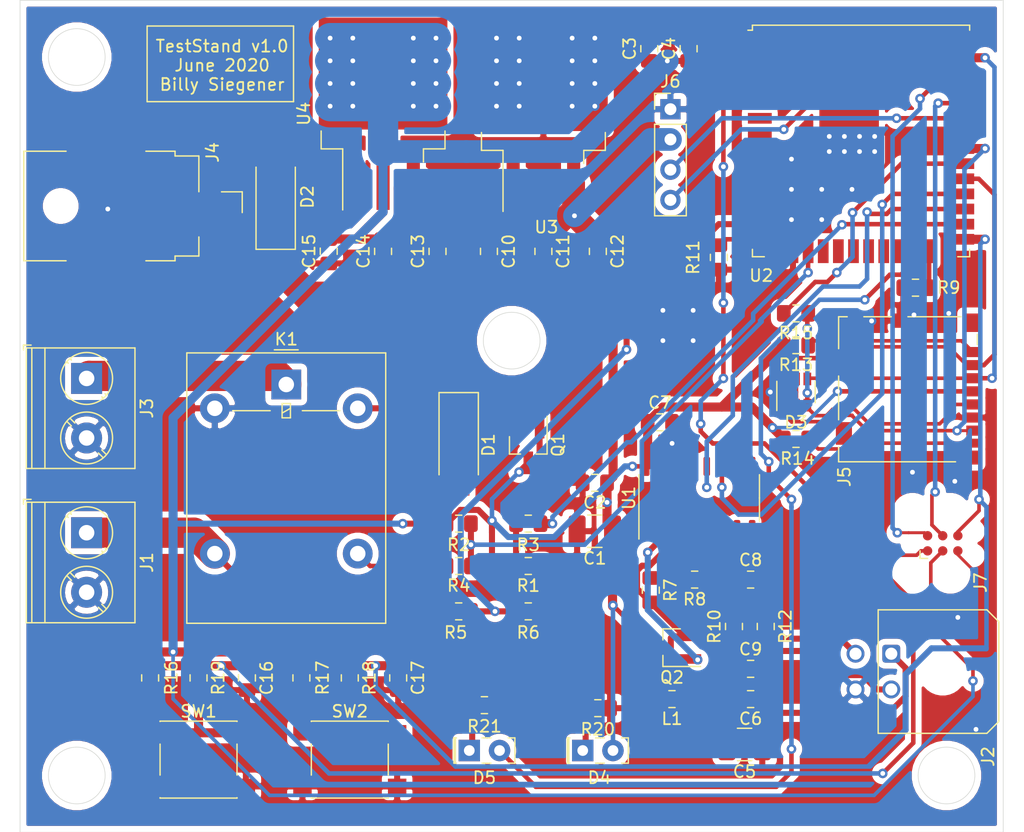
<source format=kicad_pcb>
(kicad_pcb (version 20171130) (host pcbnew "(5.1.6)-1")
  (layers (0 F.Cu signal) (31 B.Cu signal) (35 F.Paste user hide) (37 F.SilkS user) (38 B.Mask user hide) (39 F.Mask user hide) (44 Edge.Cuts user))
  (net 0 "")
  (net 1 +5V)
  (net 2 GND)
  (net 3 +3V3)
  (net 4 "Net-(C5-Pad2)")
  (net 5 "Net-(C8-Pad1)")
  (net 6 "Net-(C8-Pad2)")
  (net 7 "Net-(C9-Pad1)")
  (net 8 "Net-(C10-Pad1)")
  (net 9 En)
  (net 10 Flash)
  (net 11 "Net-(D1-Pad1)")
  (net 12 "Net-(D2-Pad2)")
  (net 13 nCS)
  (net 14 MOSI)
  (net 15 CLK)
  (net 16 MISO)
  (net 17 "Net-(D4-Pad1)")
  (net 18 "Net-(D5-Pad1)")
  (net 19 StatusLED)
  (net 20 "Net-(J1-Pad1)")
  (net 21 "Net-(J3-Pad1)")
  (net 22 "Net-(J5-Pad8)")
  (net 23 "Net-(J5-Pad1)")
  (net 24 SDA)
  (net 25 SCK)
  (net 26 "Net-(K1-Pad4)")
  (net 27 "Net-(L1-Pad2)")
  (net 28 "Net-(Q1-Pad1)")
  (net 29 "Net-(Q2-Pad1)")
  (net 30 Continuity)
  (net 31 Ignition)
  (net 32 9VSense)
  (net 33 "Net-(R7-Pad1)")
  (net 34 "Net-(R9-Pad2)")
  (net 35 "Net-(J2-Pad2)")
  (net 36 "Net-(R11-Pad2)")
  (net 37 "Net-(J2-Pad3)")
  (net 38 "Net-(R18-Pad2)")
  (net 39 "Net-(R19-Pad2)")
  (net 40 "Net-(U1-Pad9)")
  (net 41 "Net-(U1-Pad10)")
  (net 42 PD_SCK)
  (net 43 DOUT)
  (net 44 "Net-(U1-Pad13)")
  (net 45 "Net-(U2-Pad4)")
  (net 46 "Net-(U2-Pad5)")
  (net 47 "Net-(U2-Pad6)")
  (net 48 "Net-(U2-Pad7)")
  (net 49 "Net-(U2-Pad8)")
  (net 50 "Net-(U2-Pad9)")
  (net 51 "Net-(U2-Pad10)")
  (net 52 "Net-(U2-Pad11)")
  (net 53 "Net-(U2-Pad12)")
  (net 54 "Net-(U2-Pad17)")
  (net 55 "Net-(U2-Pad18)")
  (net 56 "Net-(U2-Pad19)")
  (net 57 "Net-(U2-Pad20)")
  (net 58 "Net-(U2-Pad21)")
  (net 59 "Net-(U2-Pad22)")
  (net 60 "Net-(U2-Pad32)")
  (net 61 RXM)
  (net 62 TXM)
  (net 63 "Net-(D3-Pad3)")
  (module Package_TO_SOT_SMD:TO-263-3_TabPin2 (layer F.Cu) (at 106.68 60.325 90)
    (fp_text reference U4 (at 0 -6.65 90) (layer F.SilkS))
    (fp_text value LD1086D2M33TR)
    (pad 2 smd rect (at 3.375 0 90) (size 9.4 10.8) (layers F.Cu F.Mask) (net 3 +3V3))
    (pad 3 smd rect (at -5.775 2.54 90) (size 4.6 1.1) (layers F.Cu F.Paste F.Mask) (net 8 "Net-(C10-Pad1)"))
    (pad 2 smd rect (at -5.775 0 90) (size 4.6 1.1) (layers F.Cu F.Paste F.Mask) (net 3 +3V3))
    (pad 1 smd rect (at -5.775 -2.54 90) (size 4.6 1.1) (layers F.Cu F.Paste F.Mask) (net 2 GND))
  )
  (module Resistor_SMD:R_0805_2012Metric_Pad1.15x1.40mm_HandSolder (layer F.Cu) (at 115.189 109.982)
    (fp_text reference R21 (at 0 1.778) (layer F.SilkS))
    (fp_text value 220)
    (pad 2 smd roundrect (at 1.025 0) (size 1.15 1.4) (layers F.Cu F.Paste F.Mask) (roundrect_rratio 0.217391) (net 2 GND))
    (pad 1 smd roundrect (at -1.025 0) (size 1.15 1.4) (layers F.Cu F.Paste F.Mask) (roundrect_rratio 0.217391) (net 18 "Net-(D5-Pad1)"))
  )
  (module RF_Module:ESP32-WROOM-32U (layer F.Cu) (at 146.812 62.611)
    (fp_text reference U2 (at -8.382 11.303 180) (layer F.SilkS))
    (fp_text value ESP32-WROOM-32)
    (pad 39 smd rect (at -1 -0.755) (size 5 5) (layers F.Cu F.Paste F.Mask) (net 2 GND))
    (pad 1 smd rect (at -8.5 -8.255) (size 2 0.9) (layers F.Cu F.Paste F.Mask) (net 2 GND))
    (pad 2 smd rect (at -8.5 -6.985) (size 2 0.9) (layers F.Cu F.Paste F.Mask) (net 3 +3V3))
    (pad 3 smd rect (at -8.5 -5.715) (size 2 0.9) (layers F.Cu F.Paste F.Mask) (net 9 En))
    (pad 4 smd rect (at -8.5 -4.445) (size 2 0.9) (layers F.Cu F.Paste F.Mask) (net 45 "Net-(U2-Pad4)"))
    (pad 5 smd rect (at -8.5 -3.175) (size 2 0.9) (layers F.Cu F.Paste F.Mask) (net 46 "Net-(U2-Pad5)"))
    (pad 6 smd rect (at -8.5 -1.905) (size 2 0.9) (layers F.Cu F.Paste F.Mask) (net 47 "Net-(U2-Pad6)"))
    (pad 7 smd rect (at -8.5 -0.635) (size 2 0.9) (layers F.Cu F.Paste F.Mask) (net 48 "Net-(U2-Pad7)"))
    (pad 8 smd rect (at -8.5 0.635) (size 2 0.9) (layers F.Cu F.Paste F.Mask) (net 49 "Net-(U2-Pad8)"))
    (pad 9 smd rect (at -8.5 1.905) (size 2 0.9) (layers F.Cu F.Paste F.Mask) (net 50 "Net-(U2-Pad9)"))
    (pad 10 smd rect (at -8.5 3.175) (size 2 0.9) (layers F.Cu F.Paste F.Mask) (net 51 "Net-(U2-Pad10)"))
    (pad 11 smd rect (at -8.5 4.445) (size 2 0.9) (layers F.Cu F.Paste F.Mask) (net 52 "Net-(U2-Pad11)"))
    (pad 12 smd rect (at -8.5 5.715) (size 2 0.9) (layers F.Cu F.Paste F.Mask) (net 53 "Net-(U2-Pad12)"))
    (pad 13 smd rect (at -8.5 6.985) (size 2 0.9) (layers F.Cu F.Paste F.Mask) (net 32 9VSense))
    (pad 14 smd rect (at -8.5 8.255) (size 2 0.9) (layers F.Cu F.Paste F.Mask) (net 36 "Net-(R11-Pad2)"))
    (pad 15 smd rect (at -5.715 9.255 270) (size 2 0.9) (layers F.Cu F.Paste F.Mask) (net 2 GND))
    (pad 16 smd rect (at -4.445 9.255 90) (size 2 0.9) (layers F.Cu F.Paste F.Mask) (net 30 Continuity))
    (pad 17 smd rect (at -3.175 9.255 90) (size 2 0.9) (layers F.Cu F.Paste F.Mask) (net 54 "Net-(U2-Pad17)"))
    (pad 18 smd rect (at -1.905 9.255 90) (size 2 0.9) (layers F.Cu F.Paste F.Mask) (net 55 "Net-(U2-Pad18)"))
    (pad 19 smd rect (at -0.635 9.255 90) (size 2 0.9) (layers F.Cu F.Paste F.Mask) (net 56 "Net-(U2-Pad19)"))
    (pad 20 smd rect (at 0.635 9.255 90) (size 2 0.9) (layers F.Cu F.Paste F.Mask) (net 57 "Net-(U2-Pad20)"))
    (pad 21 smd rect (at 1.905 9.255 90) (size 2 0.9) (layers F.Cu F.Paste F.Mask) (net 58 "Net-(U2-Pad21)"))
    (pad 22 smd rect (at 3.175 9.255 90) (size 2 0.9) (layers F.Cu F.Paste F.Mask) (net 59 "Net-(U2-Pad22)"))
    (pad 23 smd rect (at 4.445 9.255 90) (size 2 0.9) (layers F.Cu F.Paste F.Mask) (net 19 StatusLED))
    (pad 24 smd rect (at 5.715 9.255 90) (size 2 0.9) (layers F.Cu F.Paste F.Mask) (net 34 "Net-(R9-Pad2)"))
    (pad 25 smd rect (at 8.5 8.255) (size 2 0.9) (layers F.Cu F.Paste F.Mask) (net 10 Flash))
    (pad 26 smd rect (at 8.5 6.985) (size 2 0.9) (layers F.Cu F.Paste F.Mask) (net 31 Ignition))
    (pad 27 smd rect (at 8.5 5.715) (size 2 0.9) (layers F.Cu F.Paste F.Mask) (net 43 DOUT))
    (pad 28 smd rect (at 8.5 4.445) (size 2 0.9) (layers F.Cu F.Paste F.Mask) (net 42 PD_SCK))
    (pad 29 smd rect (at 8.5 3.175) (size 2 0.9) (layers F.Cu F.Paste F.Mask) (net 13 nCS))
    (pad 30 smd rect (at 8.5 1.905) (size 2 0.9) (layers F.Cu F.Paste F.Mask) (net 15 CLK))
    (pad 31 smd rect (at 8.5 0.635) (size 2 0.9) (layers F.Cu F.Paste F.Mask) (net 16 MISO))
    (pad 32 smd rect (at 8.5 -0.635) (size 2 0.9) (layers F.Cu F.Paste F.Mask) (net 60 "Net-(U2-Pad32)"))
    (pad 33 smd rect (at 8.5 -1.905) (size 2 0.9) (layers F.Cu F.Paste F.Mask) (net 24 SDA))
    (pad 34 smd rect (at 8.5 -3.175) (size 2 0.9) (layers F.Cu F.Paste F.Mask) (net 61 RXM))
    (pad 35 smd rect (at 8.5 -4.445) (size 2 0.9) (layers F.Cu F.Paste F.Mask) (net 62 TXM))
    (pad 36 smd rect (at 8.5 -5.715) (size 2 0.9) (layers F.Cu F.Paste F.Mask) (net 25 SCK))
    (pad 37 smd rect (at 8.5 -6.985) (size 2 0.9) (layers F.Cu F.Paste F.Mask) (net 14 MOSI))
    (pad 38 smd rect (at 8.5 -8.255) (size 2 0.9) (layers F.Cu F.Paste F.Mask) (net 2 GND))
  )
  (module Connector_Card:microSD_HC_Molex_104031-0811 (layer F.Cu) (at 150.749 83.439 270)
    (fp_text reference J5 (at 7.366 5.334 90) (layer F.SilkS))
    (fp_text value Micro_SD_Card)
    (pad 1 smd rect (at -3.105 -5.45 270) (size 0.85 1.1) (layers F.Cu F.Paste F.Mask) (net 23 "Net-(J5-Pad1)"))
    (pad 8 smd rect (at 4.545 -5.45 270) (size 0.75 1.1) (layers F.Cu F.Paste F.Mask) (net 22 "Net-(J5-Pad8)"))
    (pad 2 smd rect (at -2.005 -5.45 270) (size 0.85 1.1) (layers F.Cu F.Paste F.Mask) (net 13 nCS))
    (pad 3 smd rect (at -0.905 -5.45 270) (size 0.85 1.1) (layers F.Cu F.Paste F.Mask) (net 14 MOSI))
    (pad 4 smd rect (at 0.195 -5.45 270) (size 0.85 1.1) (layers F.Cu F.Paste F.Mask) (net 3 +3V3))
    (pad 5 smd rect (at 1.295 -5.45 270) (size 0.85 1.1) (layers F.Cu F.Paste F.Mask) (net 63 "Net-(D3-Pad3)"))
    (pad 6 smd rect (at 2.395 -5.45 270) (size 0.85 1.1) (layers F.Cu F.Paste F.Mask) (net 2 GND))
    (pad 7 smd rect (at 3.495 -5.45 270) (size 0.85 1.1) (layers F.Cu F.Paste F.Mask) (net 16 MISO))
    (pad 11 smd rect (at 5.755 -5.1 270) (size 1.17 1.8) (layers F.Cu F.Paste F.Mask))
    (pad 11 smd rect (at -5.565 -5.325 270) (size 1.55 1.35) (layers F.Cu F.Paste F.Mask))
    (pad 10 smd rect (at -5.74 4.4 270) (size 1.2 1) (layers F.Cu F.Paste F.Mask))
    (pad 9 smd rect (at -5.74 0.7 270) (size 1.2 1) (layers F.Cu F.Paste F.Mask) (net 2 GND))
    (pad 11 smd rect (at -2.24 5.375 270) (size 1.9 1.35) (layers F.Cu F.Paste F.Mask))
    (pad 11 smd rect (at 3.73 5.375 270) (size 1.9 1.35) (layers F.Cu F.Paste F.Mask))
  )
  (module Connector_Molex:Molex_Micro-Fit_3.0_43045-0400_2x02_P3.00mm_Horizontal (layer F.Cu) (at 149.35 105.664 270)
    (fp_text reference J2 (at 8.636 -8.128 90) (layer F.SilkS))
    (fp_text value "Load Cell")
    (pad "" np_thru_hole circle (at 1.5 -4.32 270) (size 3 3) (drill 3) (layers *.Cu *.Mask))
    (pad 1 thru_hole roundrect (at 0 0 270) (size 1.5 1.5) (drill 1.02) (layers *.Cu *.Mask) (roundrect_rratio 0.166667) (net 4 "Net-(C5-Pad2)"))
    (pad 2 thru_hole circle (at 3 0 270) (size 1.5 1.5) (drill 1.02) (layers *.Cu *.Mask) (net 35 "Net-(J2-Pad2)"))
    (pad 3 thru_hole circle (at 0 3 270) (size 1.5 1.5) (drill 1.02) (layers *.Cu *.Mask) (net 37 "Net-(J2-Pad3)"))
    (pad 4 thru_hole circle (at 3 3 270) (size 1.5 1.5) (drill 1.02) (layers *.Cu *.Mask) (net 2 GND))
  )
  (module Package_SO:STC_SOP-16_3.9x9.9mm_P1.27mm (layer F.Cu) (at 133.223 92.583 90)
    (fp_text reference U1 (at 0 -5.9 90) (layer F.SilkS))
    (fp_text value HX711)
    (pad 1 smd roundrect (at -2.65 -4.445 90) (size 1.6 0.55) (layers F.Cu F.Paste F.Mask) (net 1 +5V))
    (pad 2 smd roundrect (at -2.65 -3.175 90) (size 1.6 0.55) (layers F.Cu F.Paste F.Mask) (net 29 "Net-(Q2-Pad1)"))
    (pad 3 smd roundrect (at -2.65 -1.905 90) (size 1.6 0.55) (layers F.Cu F.Paste F.Mask) (net 27 "Net-(L1-Pad2)"))
    (pad 4 smd roundrect (at -2.65 -0.635 90) (size 1.6 0.55) (layers F.Cu F.Paste F.Mask) (net 33 "Net-(R7-Pad1)"))
    (pad 5 smd roundrect (at -2.65 0.635 90) (size 1.6 0.55) (layers F.Cu F.Paste F.Mask) (net 2 GND))
    (pad 6 smd roundrect (at -2.65 1.905 90) (size 1.6 0.55) (layers F.Cu F.Paste F.Mask) (net 7 "Net-(C9-Pad1)"))
    (pad 7 smd roundrect (at -2.65 3.175 90) (size 1.6 0.55) (layers F.Cu F.Paste F.Mask) (net 5 "Net-(C8-Pad1)"))
    (pad 8 smd roundrect (at -2.65 4.445 90) (size 1.6 0.55) (layers F.Cu F.Paste F.Mask) (net 6 "Net-(C8-Pad2)"))
    (pad 9 smd roundrect (at 2.65 4.445 90) (size 1.6 0.55) (layers F.Cu F.Paste F.Mask) (net 40 "Net-(U1-Pad9)"))
    (pad 10 smd roundrect (at 2.65 3.175 90) (size 1.6 0.55) (layers F.Cu F.Paste F.Mask) (net 41 "Net-(U1-Pad10)"))
    (pad 11 smd roundrect (at 2.65 1.905 90) (size 1.6 0.55) (layers F.Cu F.Paste F.Mask) (net 42 PD_SCK))
    (pad 12 smd roundrect (at 2.65 0.635 90) (size 1.6 0.55) (layers F.Cu F.Paste F.Mask) (net 43 DOUT))
    (pad 13 smd roundrect (at 2.65 -0.635 90) (size 1.6 0.55) (layers F.Cu F.Paste F.Mask) (net 44 "Net-(U1-Pad13)"))
    (pad 14 smd roundrect (at 2.65 -1.905 90) (size 1.6 0.55) (layers F.Cu F.Paste F.Mask) (net 2 GND))
    (pad 15 smd roundrect (at 2.65 -3.175 90) (size 1.6 0.55) (layers F.Cu F.Paste F.Mask) (net 2 GND))
    (pad 16 smd roundrect (at 2.65 -4.445 90) (size 1.6 0.55) (layers F.Cu F.Paste F.Mask) (net 3 +3V3))
  )
  (module Capacitor_SMD:C_1210_3225Metric_Pad1.42x2.65mm_HandSolder (layer F.Cu) (at 124.46 95.377 180)
    (fp_text reference C1 (at 0 -2.28) (layer F.SilkS))
    (fp_text value 10uF)
    (pad 1 smd roundrect (at -1.4875 0 180) (size 1.425 2.65) (layers F.Cu F.Paste F.Mask) (roundrect_rratio 0.175439) (net 1 +5V))
    (pad 2 smd roundrect (at 1.4875 0 180) (size 1.425 2.65) (layers F.Cu F.Paste F.Mask) (roundrect_rratio 0.175439) (net 2 GND))
  )
  (module Capacitor_SMD:C_0805_2012Metric_Pad1.15x1.40mm_HandSolder (layer F.Cu) (at 124.46 91.313 180)
    (fp_text reference C2 (at 0 -1.65) (layer F.SilkS))
    (fp_text value 0.1uF)
    (pad 1 smd roundrect (at -1.025 0 180) (size 1.15 1.4) (layers F.Cu F.Paste F.Mask) (roundrect_rratio 0.217391) (net 1 +5V))
    (pad 2 smd roundrect (at 1.025 0 180) (size 1.15 1.4) (layers F.Cu F.Paste F.Mask) (roundrect_rratio 0.217391) (net 2 GND))
  )
  (module Capacitor_SMD:C_0805_2012Metric_Pad1.15x1.40mm_HandSolder (layer F.Cu) (at 129.032 54.864 90)
    (fp_text reference C3 (at 0 -1.65 90) (layer F.SilkS))
    (fp_text value "10uF 10V")
    (pad 1 smd roundrect (at -1.025 0 90) (size 1.15 1.4) (layers F.Cu F.Paste F.Mask) (roundrect_rratio 0.217391) (net 3 +3V3))
    (pad 2 smd roundrect (at 1.025 0 90) (size 1.15 1.4) (layers F.Cu F.Paste F.Mask) (roundrect_rratio 0.217391) (net 2 GND))
  )
  (module Capacitor_SMD:C_0805_2012Metric_Pad1.15x1.40mm_HandSolder (layer F.Cu) (at 132.334 54.864 90)
    (fp_text reference C4 (at 0 -1.65 90) (layer F.SilkS))
    (fp_text value "0.1uF 10V")
    (pad 2 smd roundrect (at 1.025 0 90) (size 1.15 1.4) (layers F.Cu F.Paste F.Mask) (roundrect_rratio 0.217391) (net 2 GND))
    (pad 1 smd roundrect (at -1.025 0 90) (size 1.15 1.4) (layers F.Cu F.Paste F.Mask) (roundrect_rratio 0.217391) (net 3 +3V3))
  )
  (module Capacitor_SMD:C_1210_3225Metric_Pad1.42x2.65mm_HandSolder (layer F.Cu) (at 137.033 113.284 180)
    (fp_text reference C5 (at 0 -2.28) (layer F.SilkS))
    (fp_text value 10uF)
    (pad 1 smd roundrect (at -1.4875 0 180) (size 1.425 2.65) (layers F.Cu F.Paste F.Mask) (roundrect_rratio 0.175439) (net 2 GND))
    (pad 2 smd roundrect (at 1.4875 0 180) (size 1.425 2.65) (layers F.Cu F.Paste F.Mask) (roundrect_rratio 0.175439) (net 4 "Net-(C5-Pad2)"))
  )
  (module Capacitor_SMD:C_0805_2012Metric_Pad1.15x1.40mm_HandSolder (layer F.Cu) (at 137.541 109.474 180)
    (fp_text reference C6 (at 0 -1.65) (layer F.SilkS))
    (fp_text value 0.1uF)
    (pad 1 smd roundrect (at -1.025 0 180) (size 1.15 1.4) (layers F.Cu F.Paste F.Mask) (roundrect_rratio 0.217391) (net 2 GND))
    (pad 2 smd roundrect (at 1.025 0 180) (size 1.15 1.4) (layers F.Cu F.Paste F.Mask) (roundrect_rratio 0.217391) (net 4 "Net-(C5-Pad2)"))
  )
  (module Capacitor_SMD:C_0805_2012Metric_Pad1.15x1.40mm_HandSolder (layer F.Cu) (at 129.921 86.233)
    (fp_text reference C7 (at 0 -1.65) (layer F.SilkS))
    (fp_text value 0.1uF)
    (pad 2 smd roundrect (at 1.025 0) (size 1.15 1.4) (layers F.Cu F.Paste F.Mask) (roundrect_rratio 0.217391) (net 2 GND))
    (pad 1 smd roundrect (at -1.025 0) (size 1.15 1.4) (layers F.Cu F.Paste F.Mask) (roundrect_rratio 0.217391) (net 3 +3V3))
  )
  (module Capacitor_SMD:C_0805_2012Metric_Pad1.15x1.40mm_HandSolder (layer F.Cu) (at 137.541 99.441)
    (fp_text reference C8 (at 0 -1.65) (layer F.SilkS))
    (fp_text value 0.1uF)
    (pad 2 smd roundrect (at 1.025 0) (size 1.15 1.4) (layers F.Cu F.Paste F.Mask) (roundrect_rratio 0.217391) (net 6 "Net-(C8-Pad2)"))
    (pad 1 smd roundrect (at -1.025 0) (size 1.15 1.4) (layers F.Cu F.Paste F.Mask) (roundrect_rratio 0.217391) (net 5 "Net-(C8-Pad1)"))
  )
  (module Capacitor_SMD:C_0805_2012Metric_Pad1.15x1.40mm_HandSolder (layer F.Cu) (at 137.541 106.934)
    (fp_text reference C9 (at 0 -1.65) (layer F.SilkS))
    (fp_text value 0.1uF)
    (pad 2 smd roundrect (at 1.025 0) (size 1.15 1.4) (layers F.Cu F.Paste F.Mask) (roundrect_rratio 0.217391) (net 2 GND))
    (pad 1 smd roundrect (at -1.025 0) (size 1.15 1.4) (layers F.Cu F.Paste F.Mask) (roundrect_rratio 0.217391) (net 7 "Net-(C9-Pad1)"))
  )
  (module Capacitor_SMD:C_0805_2012Metric_Pad1.15x1.40mm_HandSolder (layer F.Cu) (at 115.57 71.882 270)
    (fp_text reference C10 (at 0 -1.65 90) (layer F.SilkS))
    (fp_text value 0.1uF)
    (pad 2 smd roundrect (at 1.025 0 270) (size 1.15 1.4) (layers F.Cu F.Paste F.Mask) (roundrect_rratio 0.217391) (net 2 GND))
    (pad 1 smd roundrect (at -1.025 0 270) (size 1.15 1.4) (layers F.Cu F.Paste F.Mask) (roundrect_rratio 0.217391) (net 8 "Net-(C10-Pad1)"))
  )
  (module Capacitor_SMD:C_0805_2012Metric_Pad1.15x1.40mm_HandSolder (layer F.Cu) (at 120.142 71.882 270)
    (fp_text reference C11 (at 0 -1.65 90) (layer F.SilkS))
    (fp_text value 10uF)
    (pad 2 smd roundrect (at 1.025 0 270) (size 1.15 1.4) (layers F.Cu F.Paste F.Mask) (roundrect_rratio 0.217391) (net 2 GND))
    (pad 1 smd roundrect (at -1.025 0 270) (size 1.15 1.4) (layers F.Cu F.Paste F.Mask) (roundrect_rratio 0.217391) (net 1 +5V))
  )
  (module Capacitor_SMD:C_0805_2012Metric_Pad1.15x1.40mm_HandSolder (layer F.Cu) (at 124.714 71.882 270)
    (fp_text reference C12 (at 0 -1.65 90) (layer F.SilkS))
    (fp_text value 0.1uF)
    (pad 2 smd roundrect (at 1.025 0 270) (size 1.15 1.4) (layers F.Cu F.Paste F.Mask) (roundrect_rratio 0.217391) (net 2 GND))
    (pad 1 smd roundrect (at -1.025 0 270) (size 1.15 1.4) (layers F.Cu F.Paste F.Mask) (roundrect_rratio 0.217391) (net 1 +5V))
  )
  (module Capacitor_SMD:C_0805_2012Metric_Pad1.15x1.40mm_HandSolder (layer F.Cu) (at 111.252 71.882 90)
    (fp_text reference C13 (at 0 -1.65 90) (layer F.SilkS))
    (fp_text value 0.1uF)
    (pad 1 smd roundrect (at -1.025 0 90) (size 1.15 1.4) (layers F.Cu F.Paste F.Mask) (roundrect_rratio 0.217391) (net 2 GND))
    (pad 2 smd roundrect (at 1.025 0 90) (size 1.15 1.4) (layers F.Cu F.Paste F.Mask) (roundrect_rratio 0.217391) (net 8 "Net-(C10-Pad1)"))
  )
  (module Capacitor_SMD:C_0805_2012Metric_Pad1.15x1.40mm_HandSolder (layer F.Cu) (at 106.68 71.882 90)
    (fp_text reference C14 (at 0 -1.65 90) (layer F.SilkS))
    (fp_text value 10uF)
    (pad 1 smd roundrect (at -1.025 0 90) (size 1.15 1.4) (layers F.Cu F.Paste F.Mask) (roundrect_rratio 0.217391) (net 2 GND))
    (pad 2 smd roundrect (at 1.025 0 90) (size 1.15 1.4) (layers F.Cu F.Paste F.Mask) (roundrect_rratio 0.217391) (net 3 +3V3))
  )
  (module Capacitor_SMD:C_0805_2012Metric_Pad1.15x1.40mm_HandSolder (layer F.Cu) (at 102.117001 71.869001 90)
    (fp_text reference C15 (at 0 -1.65 90) (layer F.SilkS))
    (fp_text value 0.1uF)
    (pad 1 smd roundrect (at -1.025 0 90) (size 1.15 1.4) (layers F.Cu F.Paste F.Mask) (roundrect_rratio 0.217391) (net 2 GND))
    (pad 2 smd roundrect (at 1.025 0 90) (size 1.15 1.4) (layers F.Cu F.Paste F.Mask) (roundrect_rratio 0.217391) (net 3 +3V3))
  )
  (module Capacitor_SMD:C_0805_2012Metric_Pad1.15x1.40mm_HandSolder (layer F.Cu) (at 95.25 107.696 270)
    (fp_text reference C16 (at 0 -1.65 90) (layer F.SilkS))
    (fp_text value 0.1uF)
    (pad 1 smd roundrect (at -1.025 0 270) (size 1.15 1.4) (layers F.Cu F.Paste F.Mask) (roundrect_rratio 0.217391) (net 9 En))
    (pad 2 smd roundrect (at 1.025 0 270) (size 1.15 1.4) (layers F.Cu F.Paste F.Mask) (roundrect_rratio 0.217391) (net 2 GND))
  )
  (module Capacitor_SMD:C_0805_2012Metric_Pad1.15x1.40mm_HandSolder (layer F.Cu) (at 107.95 107.696 270)
    (fp_text reference C17 (at 0 -1.65 90) (layer F.SilkS))
    (fp_text value 0.1uF)
    (pad 2 smd roundrect (at 1.025 0 270) (size 1.15 1.4) (layers F.Cu F.Paste F.Mask) (roundrect_rratio 0.217391) (net 2 GND))
    (pad 1 smd roundrect (at -1.025 0 270) (size 1.15 1.4) (layers F.Cu F.Paste F.Mask) (roundrect_rratio 0.217391) (net 10 Flash))
  )
  (module Diode_SMD:D_SMA_Handsoldering (layer F.Cu) (at 113.03 88.138 270)
    (fp_text reference D1 (at 0 -2.5 90) (layer F.SilkS))
    (fp_text value S1MTR)
    (pad 2 smd rect (at 2.5 0 270) (size 3.5 1.8) (layers F.Cu F.Paste F.Mask) (net 2 GND))
    (pad 1 smd rect (at -2.5 0 270) (size 3.5 1.8) (layers F.Cu F.Paste F.Mask) (net 11 "Net-(D1-Pad1)"))
  )
  (module Diode_SMD:D_SMA_Handsoldering (layer F.Cu) (at 97.663 67.31 90)
    (fp_text reference D2 (at 0 2.667 90) (layer F.SilkS))
    (fp_text value S1MTR)
    (pad 1 smd rect (at -2.5 0 90) (size 3.5 1.8) (layers F.Cu F.Paste F.Mask) (net 8 "Net-(C10-Pad1)"))
    (pad 2 smd rect (at 2.5 0 90) (size 3.5 1.8) (layers F.Cu F.Paste F.Mask) (net 12 "Net-(D2-Pad2)"))
  )
  (module Package_TO_SOT_SMD:SOT-23-6 (layer F.Cu) (at 141.351 83.693 90)
    (fp_text reference D3 (at -2.54 0 180) (layer F.SilkS))
    (fp_text value ESDA6V1BC6)
    (pad 5 smd rect (at 1.1 0 90) (size 1.06 0.65) (layers F.Cu F.Paste F.Mask) (net 2 GND))
    (pad 6 smd rect (at 1.1 -0.95 90) (size 1.06 0.65) (layers F.Cu F.Paste F.Mask) (net 13 nCS))
    (pad 4 smd rect (at 1.1 0.95 90) (size 1.06 0.65) (layers F.Cu F.Paste F.Mask) (net 14 MOSI))
    (pad 3 smd rect (at -1.1 0.95 90) (size 1.06 0.65) (layers F.Cu F.Paste F.Mask) (net 63 "Net-(D3-Pad3)"))
    (pad 2 smd rect (at -1.1 0 90) (size 1.06 0.65) (layers F.Cu F.Paste F.Mask) (net 2 GND))
    (pad 1 smd rect (at -1.1 -0.95 90) (size 1.06 0.65) (layers F.Cu F.Paste F.Mask) (net 16 MISO))
  )
  (module LED_THT:LED_Rectangular_W5.0mm_H2.0mm (layer F.Cu) (at 123.444 113.792)
    (fp_text reference D4 (at 1.397 2.286) (layer F.SilkS))
    (fp_text value POWER_LED)
    (pad 2 thru_hole circle (at 2.54 0) (size 1.8 1.8) (drill 0.9) (layers *.Cu *.Mask) (net 1 +5V))
    (pad 1 thru_hole rect (at 0 0) (size 1.8 1.8) (drill 0.9) (layers *.Cu *.Mask) (net 17 "Net-(D4-Pad1)"))
  )
  (module LED_THT:LED_Rectangular_W5.0mm_H2.0mm (layer F.Cu) (at 113.919 113.792)
    (fp_text reference D5 (at 1.27 2.286) (layer F.SilkS))
    (fp_text value STATUS_LED)
    (pad 1 thru_hole rect (at 0 0) (size 1.8 1.8) (drill 0.9) (layers *.Cu *.Mask) (net 18 "Net-(D5-Pad1)"))
    (pad 2 thru_hole circle (at 2.54 0) (size 1.8 1.8) (drill 0.9) (layers *.Cu *.Mask) (net 19 StatusLED))
  )
  (module TerminalBlock_Phoenix:TerminalBlock_Phoenix_PT-1,5-2-5.0-H_1x02_P5.00mm_Horizontal (layer F.Cu) (at 81.788 95.504 270)
    (fp_text reference J1 (at 2.5 -5.06 90) (layer F.SilkS))
    (fp_text value 9V_bat)
    (pad 2 thru_hole circle (at 5 0 270) (size 2.6 2.6) (drill 1.3) (layers *.Cu *.Mask) (net 2 GND))
    (pad 1 thru_hole rect (at 0 0 270) (size 2.6 2.6) (drill 1.3) (layers *.Cu *.Mask) (net 20 "Net-(J1-Pad1)"))
  )
  (module TerminalBlock_Phoenix:TerminalBlock_Phoenix_PT-1,5-2-5.0-H_1x02_P5.00mm_Horizontal (layer F.Cu) (at 81.788 82.55 270)
    (fp_text reference J3 (at 2.5 -5.06 90) (layer F.SilkS))
    (fp_text value Igniter)
    (pad 1 thru_hole rect (at 0 0 270) (size 2.6 2.6) (drill 1.3) (layers *.Cu *.Mask) (net 21 "Net-(J3-Pad1)"))
    (pad 2 thru_hole circle (at 5 0 270) (size 2.6 2.6) (drill 1.3) (layers *.Cu *.Mask) (net 2 GND))
  )
  (module Connector_BarrelJack:BarrelJack_CUI_PJ-036AH-SMT_Horizontal (layer F.Cu) (at 86.614 68.072 270)
    (fp_text reference J4 (at -4.5 -5.75 90) (layer F.SilkS))
    (fp_text value "9V Barrel Jack")
    (pad 1 smd rect (at 0.7 -5.8 270) (size 3.3 4.4) (layers F.Cu F.Paste F.Mask) (net 12 "Net-(D2-Pad2)"))
    (pad 2 smd rect (at -6.45 3.2 270) (size 3.9 6.2) (layers F.Cu F.Paste F.Mask) (net 2 GND))
    (pad 3 smd rect (at 6.45 3.2 270) (size 3.9 6.2) (layers F.Cu F.Paste F.Mask))
    (pad "" np_thru_hole circle (at 0 7 270) (size 2 2) (drill 2) (layers *.Cu *.Mask))
  )
  (module Connector_PinHeader_2.54mm:PinHeader_1x04_P2.54mm_Vertical (layer F.Cu) (at 130.81 59.944)
    (fp_text reference J6 (at 0 -2.33) (layer F.SilkS))
    (fp_text value "LCD Connector")
    (pad 1 thru_hole rect (at 0 0) (size 1.7 1.7) (drill 1) (layers *.Cu *.Mask) (net 2 GND))
    (pad 2 thru_hole oval (at 0 2.54) (size 1.7 1.7) (drill 1) (layers *.Cu *.Mask) (net 1 +5V))
    (pad 3 thru_hole oval (at 0 5.08) (size 1.7 1.7) (drill 1) (layers *.Cu *.Mask) (net 24 SDA))
    (pad 4 thru_hole oval (at 0 7.62) (size 1.7 1.7) (drill 1) (layers *.Cu *.Mask) (net 25 SCK))
  )
  (module Relay_THT:Relay_SPDT_Omron-G5LE-1 (layer F.Cu) (at 98.552 83.058)
    (fp_text reference K1 (at 0 -3.8) (layer F.SilkS))
    (fp_text value G5LE-1)
    (pad 1 thru_hole rect (at 0 0) (size 2.5 2.5) (drill 1.3) (layers *.Cu *.Mask) (net 21 "Net-(J3-Pad1)"))
    (pad 2 thru_hole oval (at -6 2) (size 2.5 2.5) (drill 1.3) (layers *.Cu *.Mask) (net 2 GND))
    (pad 3 thru_hole oval (at -6 14.2) (size 2.5 2.5) (drill 1.3) (layers *.Cu *.Mask) (net 20 "Net-(J1-Pad1)"))
    (pad 4 thru_hole oval (at 6 14.2) (size 2.5 2.5) (drill 1.3) (layers *.Cu *.Mask) (net 26 "Net-(K1-Pad4)"))
    (pad 5 thru_hole oval (at 6 2) (size 2.5 2.5) (drill 1.3) (layers *.Cu *.Mask) (net 11 "Net-(D1-Pad1)"))
  )
  (module Inductor_SMD:L_0805_2012Metric_Pad1.15x1.40mm_HandSolder (layer F.Cu) (at 130.937 109.474 180)
    (fp_text reference L1 (at 0 -1.65) (layer F.SilkS))
    (fp_text value 3.3uH)
    (pad 2 smd roundrect (at 1.025 0 180) (size 1.15 1.4) (layers F.Cu F.Paste F.Mask) (roundrect_rratio 0.217391) (net 27 "Net-(L1-Pad2)"))
    (pad 1 smd roundrect (at -1.025 0 180) (size 1.15 1.4) (layers F.Cu F.Paste F.Mask) (roundrect_rratio 0.217391) (net 4 "Net-(C5-Pad2)"))
  )
  (module Package_TO_SOT_SMD:SOT-23_Handsoldering (layer F.Cu) (at 118.872 88.138 270)
    (fp_text reference Q1 (at 0 -2.5 90) (layer F.SilkS))
    (fp_text value BC807-40)
    (pad 1 smd rect (at -1.5 -0.95 270) (size 1.9 0.8) (layers F.Cu F.Paste F.Mask) (net 28 "Net-(Q1-Pad1)"))
    (pad 2 smd rect (at -1.5 0.95 270) (size 1.9 0.8) (layers F.Cu F.Paste F.Mask) (net 11 "Net-(D1-Pad1)"))
    (pad 3 smd rect (at 1.5 0 270) (size 1.9 0.8) (layers F.Cu F.Paste F.Mask) (net 3 +3V3))
  )
  (module Package_TO_SOT_SMD:SOT-23_Handsoldering (layer F.Cu) (at 130.937 105.156 180)
    (fp_text reference Q2 (at 0 -2.5) (layer F.SilkS))
    (fp_text value BC807-40)
    (pad 1 smd rect (at -1.5 -0.95 180) (size 1.9 0.8) (layers F.Cu F.Paste F.Mask) (net 29 "Net-(Q2-Pad1)"))
    (pad 2 smd rect (at -1.5 0.95 180) (size 1.9 0.8) (layers F.Cu F.Paste F.Mask) (net 27 "Net-(L1-Pad2)"))
    (pad 3 smd rect (at 1.5 0 180) (size 1.9 0.8) (layers F.Cu F.Paste F.Mask) (net 1 +5V))
  )
  (module Resistor_SMD:R_0805_2012Metric_Pad1.15x1.40mm_HandSolder (layer F.Cu) (at 118.872 98.298 180)
    (fp_text reference R1 (at 0 -1.65) (layer F.SilkS))
    (fp_text value 12k)
    (pad 2 smd roundrect (at 1.025 0 180) (size 1.15 1.4) (layers F.Cu F.Paste F.Mask) (roundrect_rratio 0.217391) (net 28 "Net-(Q1-Pad1)"))
    (pad 1 smd roundrect (at -1.025 0 180) (size 1.15 1.4) (layers F.Cu F.Paste F.Mask) (roundrect_rratio 0.217391) (net 3 +3V3))
  )
  (module Resistor_SMD:R_0805_2012Metric_Pad1.15x1.40mm_HandSolder (layer F.Cu) (at 113.03 94.742)
    (fp_text reference R2 (at 0 1.778) (layer F.SilkS))
    (fp_text value 33k)
    (pad 2 smd roundrect (at 1.025 0) (size 1.15 1.4) (layers F.Cu F.Paste F.Mask) (roundrect_rratio 0.217391) (net 30 Continuity))
    (pad 1 smd roundrect (at -1.025 0) (size 1.15 1.4) (layers F.Cu F.Paste F.Mask) (roundrect_rratio 0.217391) (net 3 +3V3))
  )
  (module Resistor_SMD:R_0805_2012Metric_Pad1.15x1.40mm_HandSolder (layer F.Cu) (at 118.872 94.742)
    (fp_text reference R3 (at 0 1.778) (layer F.SilkS))
    (fp_text value 470)
    (pad 1 smd roundrect (at -1.025 0) (size 1.15 1.4) (layers F.Cu F.Paste F.Mask) (roundrect_rratio 0.217391) (net 28 "Net-(Q1-Pad1)"))
    (pad 2 smd roundrect (at 1.025 0) (size 1.15 1.4) (layers F.Cu F.Paste F.Mask) (roundrect_rratio 0.217391) (net 31 Ignition))
  )
  (module Resistor_SMD:R_0805_2012Metric_Pad1.15x1.40mm_HandSolder (layer F.Cu) (at 113.03 98.298 180)
    (fp_text reference R4 (at 0 -1.65) (layer F.SilkS))
    (fp_text value 5.1k)
    (pad 1 smd roundrect (at -1.025 0 180) (size 1.15 1.4) (layers F.Cu F.Paste F.Mask) (roundrect_rratio 0.217391) (net 30 Continuity))
    (pad 2 smd roundrect (at 1.025 0 180) (size 1.15 1.4) (layers F.Cu F.Paste F.Mask) (roundrect_rratio 0.217391) (net 26 "Net-(K1-Pad4)"))
  )
  (module Resistor_SMD:R_0805_2012Metric_Pad1.15x1.40mm_HandSolder (layer F.Cu) (at 113.03 102.108 180)
    (fp_text reference R5 (at 0.254 -1.778) (layer F.SilkS))
    (fp_text value 20k)
    (pad 2 smd roundrect (at 1.025 0 180) (size 1.15 1.4) (layers F.Cu F.Paste F.Mask) (roundrect_rratio 0.217391) (net 20 "Net-(J1-Pad1)"))
    (pad 1 smd roundrect (at -1.025 0 180) (size 1.15 1.4) (layers F.Cu F.Paste F.Mask) (roundrect_rratio 0.217391) (net 32 9VSense))
  )
  (module Resistor_SMD:R_0805_2012Metric_Pad1.15x1.40mm_HandSolder (layer F.Cu) (at 118.872 102.108 180)
    (fp_text reference R6 (at 0 -1.778) (layer F.SilkS))
    (fp_text value 10k)
    (pad 1 smd roundrect (at -1.025 0 180) (size 1.15 1.4) (layers F.Cu F.Paste F.Mask) (roundrect_rratio 0.217391) (net 2 GND))
    (pad 2 smd roundrect (at 1.025 0 180) (size 1.15 1.4) (layers F.Cu F.Paste F.Mask) (roundrect_rratio 0.217391) (net 32 9VSense))
  )
  (module Resistor_SMD:R_0805_2012Metric_Pad1.15x1.40mm_HandSolder (layer F.Cu) (at 129.159 100.33 270)
    (fp_text reference R7 (at 0 -1.65 90) (layer F.SilkS))
    (fp_text value 20k)
    (pad 2 smd roundrect (at 1.025 0 270) (size 1.15 1.4) (layers F.Cu F.Paste F.Mask) (roundrect_rratio 0.217391) (net 27 "Net-(L1-Pad2)"))
    (pad 1 smd roundrect (at -1.025 0 270) (size 1.15 1.4) (layers F.Cu F.Paste F.Mask) (roundrect_rratio 0.217391) (net 33 "Net-(R7-Pad1)"))
  )
  (module Resistor_SMD:R_0805_2012Metric_Pad1.15x1.40mm_HandSolder (layer F.Cu) (at 132.842 99.441 180)
    (fp_text reference R8 (at 0 -1.65) (layer F.SilkS))
    (fp_text value 8.2k)
    (pad 1 smd roundrect (at -1.025 0 180) (size 1.15 1.4) (layers F.Cu F.Paste F.Mask) (roundrect_rratio 0.217391) (net 2 GND))
    (pad 2 smd roundrect (at 1.025 0 180) (size 1.15 1.4) (layers F.Cu F.Paste F.Mask) (roundrect_rratio 0.217391) (net 33 "Net-(R7-Pad1)"))
  )
  (module Resistor_SMD:R_0805_2012Metric_Pad1.15x1.40mm_HandSolder (layer F.Cu) (at 151.384 74.93)
    (fp_text reference R9 (at 2.794 0) (layer F.SilkS))
    (fp_text value 5k1)
    (pad 1 smd roundrect (at -1.025 0) (size 1.15 1.4) (layers F.Cu F.Paste F.Mask) (roundrect_rratio 0.217391) (net 2 GND))
    (pad 2 smd roundrect (at 1.025 0) (size 1.15 1.4) (layers F.Cu F.Paste F.Mask) (roundrect_rratio 0.217391) (net 34 "Net-(R9-Pad2)"))
  )
  (module Resistor_SMD:R_0805_2012Metric_Pad1.15x1.40mm_HandSolder (layer F.Cu) (at 136.144 103.378 270)
    (fp_text reference R10 (at 0 1.651 90) (layer F.SilkS))
    (fp_text value 100)
    (pad 2 smd roundrect (at 1.025 0 270) (size 1.15 1.4) (layers F.Cu F.Paste F.Mask) (roundrect_rratio 0.217391) (net 35 "Net-(J2-Pad2)"))
    (pad 1 smd roundrect (at -1.025 0 270) (size 1.15 1.4) (layers F.Cu F.Paste F.Mask) (roundrect_rratio 0.217391) (net 5 "Net-(C8-Pad1)"))
  )
  (module Resistor_SMD:R_0805_2012Metric_Pad1.15x1.40mm_HandSolder (layer F.Cu) (at 134.874 72.39 90)
    (fp_text reference R11 (at 0 -2.159 90) (layer F.SilkS))
    (fp_text value 5k1)
    (pad 2 smd roundrect (at 1.025 0 90) (size 1.15 1.4) (layers F.Cu F.Paste F.Mask) (roundrect_rratio 0.217391) (net 36 "Net-(R11-Pad2)"))
    (pad 1 smd roundrect (at -1.025 0 90) (size 1.15 1.4) (layers F.Cu F.Paste F.Mask) (roundrect_rratio 0.217391) (net 2 GND))
  )
  (module Resistor_SMD:R_0805_2012Metric_Pad1.15x1.40mm_HandSolder (layer F.Cu) (at 138.811 103.378 270)
    (fp_text reference R12 (at 0 -1.65 90) (layer F.SilkS))
    (fp_text value 100)
    (pad 1 smd roundrect (at -1.025 0 270) (size 1.15 1.4) (layers F.Cu F.Paste F.Mask) (roundrect_rratio 0.217391) (net 6 "Net-(C8-Pad2)"))
    (pad 2 smd roundrect (at 1.025 0 270) (size 1.15 1.4) (layers F.Cu F.Paste F.Mask) (roundrect_rratio 0.217391) (net 37 "Net-(J2-Pad3)"))
  )
  (module Resistor_SMD:R_0805_2012Metric_Pad1.15x1.40mm_HandSolder (layer F.Cu) (at 141.351 79.756 180)
    (fp_text reference R13 (at 0 -1.65) (layer F.SilkS))
    (fp_text value 12k)
    (pad 2 smd roundrect (at 1.025 0 180) (size 1.15 1.4) (layers F.Cu F.Paste F.Mask) (roundrect_rratio 0.217391) (net 3 +3V3))
    (pad 1 smd roundrect (at -1.025 0 180) (size 1.15 1.4) (layers F.Cu F.Paste F.Mask) (roundrect_rratio 0.217391) (net 23 "Net-(J5-Pad1)"))
  )
  (module Resistor_SMD:R_0805_2012Metric_Pad1.15x1.40mm_HandSolder (layer F.Cu) (at 141.351 87.63)
    (fp_text reference R14 (at 0.127 1.651) (layer F.SilkS))
    (fp_text value 12k)
    (pad 1 smd roundrect (at -1.025 0) (size 1.15 1.4) (layers F.Cu F.Paste F.Mask) (roundrect_rratio 0.217391) (net 3 +3V3))
    (pad 2 smd roundrect (at 1.025 0) (size 1.15 1.4) (layers F.Cu F.Paste F.Mask) (roundrect_rratio 0.217391) (net 22 "Net-(J5-Pad8)"))
  )
  (module Resistor_SMD:R_0805_2012Metric_Pad1.15x1.40mm_HandSolder (layer F.Cu) (at 141.351 77.089 180)
    (fp_text reference R15 (at 0 -1.65) (layer F.SilkS))
    (fp_text value 100)
    (pad 1 smd roundrect (at -1.025 0 180) (size 1.15 1.4) (layers F.Cu F.Paste F.Mask) (roundrect_rratio 0.217391) (net 63 "Net-(D3-Pad3)"))
    (pad 2 smd roundrect (at 1.025 0 180) (size 1.15 1.4) (layers F.Cu F.Paste F.Mask) (roundrect_rratio 0.217391) (net 15 CLK))
  )
  (module Resistor_SMD:R_0805_2012Metric_Pad1.15x1.40mm_HandSolder (layer F.Cu) (at 87.122 107.696 90)
    (fp_text reference R16 (at 0 1.778 90) (layer F.SilkS))
    (fp_text value 12k)
    (pad 1 smd roundrect (at -1.025 0 90) (size 1.15 1.4) (layers F.Cu F.Paste F.Mask) (roundrect_rratio 0.217391) (net 3 +3V3))
    (pad 2 smd roundrect (at 1.025 0 90) (size 1.15 1.4) (layers F.Cu F.Paste F.Mask) (roundrect_rratio 0.217391) (net 9 En))
  )
  (module Resistor_SMD:R_0805_2012Metric_Pad1.15x1.40mm_HandSolder (layer F.Cu) (at 99.822 107.696 90)
    (fp_text reference R17 (at 0 1.778 90) (layer F.SilkS))
    (fp_text value 12k)
    (pad 1 smd roundrect (at -1.025 0 90) (size 1.15 1.4) (layers F.Cu F.Paste F.Mask) (roundrect_rratio 0.217391) (net 3 +3V3))
    (pad 2 smd roundrect (at 1.025 0 90) (size 1.15 1.4) (layers F.Cu F.Paste F.Mask) (roundrect_rratio 0.217391) (net 10 Flash))
  )
  (module Resistor_SMD:R_0805_2012Metric_Pad1.15x1.40mm_HandSolder (layer F.Cu) (at 103.886 107.696 270)
    (fp_text reference R18 (at 0 -1.65 90) (layer F.SilkS))
    (fp_text value 470)
    (pad 1 smd roundrect (at -1.025 0 270) (size 1.15 1.4) (layers F.Cu F.Paste F.Mask) (roundrect_rratio 0.217391) (net 10 Flash))
    (pad 2 smd roundrect (at 1.025 0 270) (size 1.15 1.4) (layers F.Cu F.Paste F.Mask) (roundrect_rratio 0.217391) (net 38 "Net-(R18-Pad2)"))
  )
  (module Resistor_SMD:R_0805_2012Metric_Pad1.15x1.40mm_HandSolder (layer F.Cu) (at 91.186 107.696 270)
    (fp_text reference R19 (at 0 -1.65 90) (layer F.SilkS))
    (fp_text value 470)
    (pad 2 smd roundrect (at 1.025 0 270) (size 1.15 1.4) (layers F.Cu F.Paste F.Mask) (roundrect_rratio 0.217391) (net 39 "Net-(R19-Pad2)"))
    (pad 1 smd roundrect (at -1.025 0 270) (size 1.15 1.4) (layers F.Cu F.Paste F.Mask) (roundrect_rratio 0.217391) (net 9 En))
  )
  (module Resistor_SMD:R_0805_2012Metric_Pad1.15x1.40mm_HandSolder (layer F.Cu) (at 124.714 110.236)
    (fp_text reference R20 (at 0 1.778) (layer F.SilkS))
    (fp_text value 330)
    (pad 1 smd roundrect (at -1.025 0) (size 1.15 1.4) (layers F.Cu F.Paste F.Mask) (roundrect_rratio 0.217391) (net 17 "Net-(D4-Pad1)"))
    (pad 2 smd roundrect (at 1.025 0) (size 1.15 1.4) (layers F.Cu F.Paste F.Mask) (roundrect_rratio 0.217391) (net 2 GND))
  )
  (module Button_Switch_SMD:SW_Push_1P1T_NO_6x6mm_H9.5mm (layer F.Cu) (at 91.186 114.554)
    (fp_text reference SW1 (at 0 -4.05) (layer F.SilkS))
    (fp_text value En)
    (pad 2 smd rect (at -3.975 2.25) (size 1.55 1.3) (layers F.Cu F.Paste F.Mask) (net 2 GND))
    (pad 1 smd rect (at -3.975 -2.25) (size 1.55 1.3) (layers F.Cu F.Paste F.Mask) (net 39 "Net-(R19-Pad2)"))
    (pad 1 smd rect (at 3.975 -2.25) (size 1.55 1.3) (layers F.Cu F.Paste F.Mask) (net 39 "Net-(R19-Pad2)"))
    (pad 2 smd rect (at 3.975 2.25) (size 1.55 1.3) (layers F.Cu F.Paste F.Mask) (net 2 GND))
  )
  (module Button_Switch_SMD:SW_Push_1P1T_NO_6x6mm_H9.5mm (layer F.Cu) (at 103.886 114.554)
    (fp_text reference SW2 (at 0 -4.05) (layer F.SilkS))
    (fp_text value Flash)
    (pad 2 smd rect (at 3.975 2.25) (size 1.55 1.3) (layers F.Cu F.Paste F.Mask) (net 2 GND))
    (pad 1 smd rect (at 3.975 -2.25) (size 1.55 1.3) (layers F.Cu F.Paste F.Mask) (net 38 "Net-(R18-Pad2)"))
    (pad 1 smd rect (at -3.975 -2.25) (size 1.55 1.3) (layers F.Cu F.Paste F.Mask) (net 38 "Net-(R18-Pad2)"))
    (pad 2 smd rect (at -3.975 2.25) (size 1.55 1.3) (layers F.Cu F.Paste F.Mask) (net 2 GND))
  )
  (module Package_TO_SOT_SMD:TO-263-2 (layer F.Cu) (at 120.142 60.452 90)
    (fp_text reference U3 (at -9.398 0.254 180) (layer F.SilkS))
    (fp_text value L7805)
    (pad 2 smd rect (at 3.375 0 90) (size 9.4 10.8) (layers F.Cu F.Mask) (net 2 GND))
    (pad 3 smd rect (at -5.775 2.54 90) (size 4.6 1.1) (layers F.Cu F.Paste F.Mask) (net 1 +5V))
    (pad 1 smd rect (at -5.775 -2.54 90) (size 4.6 1.1) (layers F.Cu F.Paste F.Mask) (net 8 "Net-(C10-Pad1)"))
  )
  (module Connector:Tag-Connect_TC2030-IDC-FP_2x03_P1.27mm_Vertical (layer F.Cu) (at 153.67 96.393)
    (fp_text reference J7 (at 3.175 3.302 90) (layer F.SilkS))
    (fp_text value TC2030-IDC)
    (pad "" np_thru_hole circle (at -2.54 2.54) (size 2.3749 2.3749) (drill 2.3749) (layers *.Cu *.Mask))
    (pad "" np_thru_hole circle (at -2.54 -2.54) (size 2.3749 2.3749) (drill 2.3749) (layers *.Cu *.Mask))
    (pad "" np_thru_hole circle (at 0.635 -2.54) (size 2.3749 2.3749) (drill 2.3749) (layers *.Cu *.Mask))
    (pad "" np_thru_hole circle (at 0.635 2.54) (size 2.3749 2.3749) (drill 2.3749) (layers *.Cu *.Mask))
    (pad "" np_thru_hole circle (at 2.54 -1.016) (size 0.9906 0.9906) (drill 0.9906) (layers *.Cu *.Mask))
    (pad "" np_thru_hole circle (at 2.54 1.016) (size 0.9906 0.9906) (drill 0.9906) (layers *.Cu *.Mask))
    (pad "" np_thru_hole circle (at -2.54 0) (size 0.9906 0.9906) (drill 0.9906) (layers *.Cu *.Mask))
    (pad 1 connect circle (at -1.27 0.635) (size 0.7874 0.7874) (layers F.Cu F.Mask) (net 9 En))
    (pad 2 connect circle (at -1.27 -0.635) (size 0.7874 0.7874) (layers F.Cu F.Mask) (net 62 TXM))
    (pad 3 connect circle (at 0 0.635) (size 0.7874 0.7874) (layers F.Cu F.Mask) (net 3 +3V3))
    (pad 4 connect circle (at 0 -0.635) (size 0.7874 0.7874) (layers F.Cu F.Mask) (net 61 RXM))
    (pad 5 connect circle (at 1.27 0.635) (size 0.7874 0.7874) (layers F.Cu F.Mask) (net 2 GND))
    (pad 6 connect circle (at 1.27 -0.635) (size 0.7874 0.7874) (layers F.Cu F.Mask) (net 10 Flash))
  )
  (gr_line (start 86.868 52.959) (end 86.868 59.309) (layer F.SilkS) (width 0.12))
  (gr_line (start 99.1616 59.309) (end 86.868 59.309) (layer F.SilkS) (width 0.12))
  (gr_line (start 99.1616 52.959) (end 99.1616 59.309) (layer F.SilkS) (width 0.12))
  (gr_line (start 86.868 52.959) (end 99.1616 52.959) (layer F.SilkS) (width 0.12))
  (gr_text "TestStand v1.0\nJune 2020\nBilly Siegener\n" (at 93.1672 56.261) (layer F.SilkS) (effects (font (size 1 1))))
  (gr_circle (center 80.9625 55.5625) (end 83.34375 55.5625) (layer Edge.Cuts) (width 0.05))
  (gr_circle (center 153.9875 115.8875) (end 156.36875 115.8875) (layer Edge.Cuts) (width 0.05))
  (gr_circle (center 80.9625 115.8875) (end 83.34375 115.8875) (layer Edge.Cuts) (width 0.05))
  (gr_circle (center 117.475 79.375) (end 119.85625 79.375) (layer Edge.Cuts) (width 0.05))
  (gr_line (start 76.2 120.65) (end 76.2 50.8) (layer Edge.Cuts) (width 0.05))
  (gr_line (start 158.75 120.65) (end 76.2 120.65) (layer Edge.Cuts) (width 0.05))
  (gr_line (start 158.75 50.8) (end 158.75 120.65) (layer Edge.Cuts) (width 0.05))
  (gr_line (start 76.2 50.8) (end 158.75 50.8) (layer Edge.Cuts) (width 0.05))
  (via (at 122.555 59.69) (size 0.8) (drill 0.4) (layers F.Cu B.Cu) (net 2))
  (via (at 124.46 59.69) (size 0.8) (drill 0.4) (layers F.Cu B.Cu) (net 2))
  (via (at 124.46 57.785) (size 0.8) (drill 0.4) (layers F.Cu B.Cu) (net 2))
  (via (at 122.555 57.785) (size 0.8) (drill 0.4) (layers F.Cu B.Cu) (net 2))
  (via (at 122.555 55.88) (size 0.8) (drill 0.4) (layers F.Cu B.Cu) (net 2))
  (via (at 124.46 55.88) (size 0.8) (drill 0.4) (layers F.Cu B.Cu) (net 2))
  (via (at 124.46 53.975) (size 0.8) (drill 0.4) (layers F.Cu B.Cu) (net 2))
  (via (at 122.555 53.975) (size 0.8) (drill 0.4) (layers F.Cu B.Cu) (net 2))
  (via (at 116.205 59.69) (size 0.8) (drill 0.4) (layers F.Cu B.Cu) (net 2))
  (via (at 118.11 59.69) (size 0.8) (drill 0.4) (layers F.Cu B.Cu) (net 2))
  (via (at 118.11 57.785) (size 0.8) (drill 0.4) (layers F.Cu B.Cu) (net 2))
  (via (at 116.205 57.785) (size 0.8) (drill 0.4) (layers F.Cu B.Cu) (net 2))
  (via (at 118.11 55.88) (size 0.8) (drill 0.4) (layers F.Cu B.Cu) (net 2))
  (via (at 118.11 53.975) (size 0.8) (drill 0.4) (layers F.Cu B.Cu) (net 2))
  (via (at 116.205 53.975) (size 0.8) (drill 0.4) (layers F.Cu B.Cu) (net 2))
  (via (at 102.235 59.69) (size 0.8) (drill 0.4) (layers F.Cu B.Cu) (net 3))
  (via (at 102.235 57.785) (size 0.8) (drill 0.4) (layers F.Cu B.Cu) (net 3))
  (via (at 102.235 55.88) (size 0.8) (drill 0.4) (layers F.Cu B.Cu) (net 3))
  (via (at 102.235 53.975) (size 0.8) (drill 0.4) (layers F.Cu B.Cu) (net 3))
  (via (at 111.125 59.69) (size 0.8) (drill 0.4) (layers F.Cu B.Cu) (net 3))
  (via (at 111.125 57.785) (size 0.8) (drill 0.4) (layers F.Cu B.Cu) (net 3))
  (via (at 111.125 55.88) (size 0.8) (drill 0.4) (layers F.Cu B.Cu) (net 3))
  (via (at 111.125 53.975) (size 0.8) (drill 0.4) (layers F.Cu B.Cu) (net 3))
  (via (at 104.14 57.785) (size 0.8) (drill 0.4) (layers F.Cu B.Cu) (net 3))
  (via (at 104.14 59.69) (size 0.8) (drill 0.4) (layers F.Cu B.Cu) (net 3))
  (via (at 109.22 57.785) (size 0.8) (drill 0.4) (layers F.Cu B.Cu) (net 3))
  (via (at 109.22 59.69) (size 0.8) (drill 0.4) (layers F.Cu B.Cu) (net 3))
  (via (at 104.14 53.975) (size 0.8) (drill 0.4) (layers F.Cu B.Cu) (net 3))
  (via (at 104.14 55.88) (size 0.8) (drill 0.4) (layers F.Cu B.Cu) (net 3))
  (via (at 109.22 53.975) (size 0.8) (drill 0.4) (layers F.Cu B.Cu) (net 3))
  (via (at 109.22 55.88) (size 0.8) (drill 0.4) (layers F.Cu B.Cu) (net 3))
  (segment (start 122.682 68.317) (end 120.142 70.857) (width 1.905) (layer F.Cu) (net 1))
  (segment (start 122.682 66.227) (end 122.682 68.317) (width 1.905) (layer F.Cu) (net 1))
  (segment (start 122.682 68.825) (end 122.75 68.893) (width 1.905) (layer F.Cu) (net 1))
  (segment (start 122.682 66.227) (end 122.682 68.825) (width 1.905) (layer F.Cu) (net 1))
  (segment (start 122.75 68.893) (end 124.714 70.857) (width 1.905) (layer F.Cu) (net 1))
  (via (at 122.75 68.893) (size 0.8) (drill 0.4) (layers F.Cu B.Cu) (net 1))
  (segment (start 125.485 94.9145) (end 125.9475 95.377) (width 0.762) (layer F.Cu) (net 1))
  (segment (start 125.485 91.313) (end 125.485 92.955) (width 0.762) (layer F.Cu) (net 1))
  (segment (start 126.0915 95.233) (end 125.9475 95.377) (width 0.762) (layer F.Cu) (net 1))
  (segment (start 128.778 95.233) (end 126.0915 95.233) (width 0.762) (layer F.Cu) (net 1))
  (segment (start 125.9475 95.377) (end 125.9475 101.6665) (width 0.762) (layer F.Cu) (net 1))
  (segment (start 129.159 62.484) (end 130.81 62.484) (width 1.905) (layer B.Cu) (net 1))
  (segment (start 122.75 68.893) (end 129.159 62.484) (width 1.905) (layer B.Cu) (net 1))
  (segment (start 125.485 92.955) (end 125.485 94.9145) (width 0.762) (layer F.Cu) (net 1))
  (via (at 125.485 92.955) (size 0.8) (drill 0.4) (layers F.Cu B.Cu) (net 1))
  (via (at 125.984 101.6) (size 0.8) (drill 0.4) (layers F.Cu B.Cu) (net 1))
  (segment (start 125.99501 90.80299) (end 125.485 91.313) (width 0.762) (layer F.Cu) (net 1))
  (segment (start 125.99501 72.13801) (end 125.99501 90.80299) (width 0.762) (layer F.Cu) (net 1))
  (segment (start 124.714 70.857) (end 125.99501 72.13801) (width 0.762) (layer F.Cu) (net 1))
  (segment (start 125.984 101.6) (end 125.984 113.792) (width 0.381) (layer B.Cu) (net 1))
  (segment (start 129.437 105.053) (end 129.437 105.156) (width 0.381) (layer F.Cu) (net 1))
  (segment (start 125.984 101.6) (end 129.437 105.053) (width 0.381) (layer F.Cu) (net 1))
  (via (at 144.145 62.23) (size 0.8) (drill 0.4) (layers F.Cu B.Cu) (net 2))
  (via (at 145.415 62.23) (size 0.8) (drill 0.4) (layers F.Cu B.Cu) (net 2))
  (via (at 146.685 62.23) (size 0.8) (drill 0.4) (layers F.Cu B.Cu) (net 2))
  (via (at 147.955 62.23) (size 0.8) (drill 0.4) (layers F.Cu B.Cu) (net 2))
  (via (at 147.955 63.5) (size 0.8) (drill 0.4) (layers F.Cu B.Cu) (net 2))
  (via (at 146.685 63.5) (size 0.8) (drill 0.4) (layers F.Cu B.Cu) (net 2))
  (via (at 145.415 63.5) (size 0.8) (drill 0.4) (layers F.Cu B.Cu) (net 2))
  (via (at 144.145 63.5) (size 0.8) (drill 0.4) (layers F.Cu B.Cu) (net 2))
  (via (at 116.205 55.88) (size 0.8) (drill 0.4) (layers F.Cu B.Cu) (net 2))
  (segment (start 106.667001 72.894001) (end 106.68 72.907) (width 0.762) (layer F.Cu) (net 2))
  (via (at 130.946 88.002) (size 0.8) (drill 0.4) (layers F.Cu B.Cu) (net 2))
  (segment (start 154.94 97.353046) (end 156.555477 98.968523) (width 0.25) (layer F.Cu) (net 2))
  (segment (start 154.94 97.028) (end 154.94 97.353046) (width 0.25) (layer F.Cu) (net 2))
  (segment (start 156.555477 98.968523) (end 156.646954 99.06) (width 0.25) (layer F.Cu) (net 2))
  (segment (start 150.049 77.699) (end 150.089 77.699) (width 0.3048) (layer F.Cu) (net 2))
  (segment (start 141.351 82.423) (end 141.224 82.296) (width 0.3048) (layer F.Cu) (net 2))
  (segment (start 141.351 82.593) (end 141.351 82.423) (width 0.3048) (layer F.Cu) (net 2))
  (segment (start 150.359 77.389) (end 150.049 77.699) (width 0.381) (layer F.Cu) (net 2))
  (segment (start 116.214 109.982) (end 116.214 109.61) (width 0.381) (layer F.Cu) (net 2))
  (segment (start 133.858 99.432) (end 133.867 99.441) (width 0.508) (layer F.Cu) (net 2))
  (via (at 151.13 90.424) (size 0.8) (drill 0.4) (layers F.Cu B.Cu) (net 2))
  (via (at 154.686 91.186) (size 0.8) (drill 0.4) (layers F.Cu B.Cu) (net 2))
  (via (at 154.94 102.616) (size 0.8) (drill 0.4) (layers F.Cu B.Cu) (net 2))
  (via (at 156.464 112.014) (size 0.8) (drill 0.4) (layers F.Cu B.Cu) (net 2))
  (via (at 83.566 68.326) (size 0.8) (drill 0.4) (layers F.Cu B.Cu) (net 2))
  (via (at 151.257 77.216) (size 0.8) (drill 0.4) (layers F.Cu B.Cu) (net 2))
  (via (at 154.178 77.089) (size 0.8) (drill 0.4) (layers F.Cu B.Cu) (net 2))
  (segment (start 141.351 82.593) (end 141.351 83.693) (width 0.381) (layer F.Cu) (net 2))
  (segment (start 141.351 83.693) (end 141.351 84.793) (width 0.381) (layer F.Cu) (net 2))
  (segment (start 141.603716 84.511401) (end 142.662153 84.511401) (width 0.3048) (layer B.Cu) (net 2))
  (segment (start 141.351 83.693) (end 141.351 84.258685) (width 0.3048) (layer B.Cu) (net 2))
  (segment (start 141.351 84.258685) (end 141.603716 84.511401) (width 0.3048) (layer B.Cu) (net 2))
  (via (at 147.701 77.724) (size 0.8) (drill 0.4) (layers F.Cu B.Cu) (net 2))
  (segment (start 147.701 77.724) (end 147.701 79.375) (width 0.3048) (layer B.Cu) (net 2))
  (segment (start 142.662153 84.511401) (end 147.749777 79.423777) (width 0.3048) (layer B.Cu) (net 2))
  (segment (start 141.351 83.693) (end 139.827 83.693) (width 0.3048) (layer F.Cu) (net 2))
  (via (at 139.192 83.693) (size 0.8) (drill 0.4) (layers F.Cu B.Cu) (net 2))
  (via (at 140.97 69.215) (size 0.8) (drill 0.4) (layers F.Cu B.Cu) (net 2))
  (via (at 140.97 66.675) (size 0.8) (drill 0.4) (layers F.Cu B.Cu) (net 2))
  (via (at 140.97 64.135) (size 0.8) (drill 0.4) (layers F.Cu B.Cu) (net 2))
  (via (at 143.51 69.215) (size 0.8) (drill 0.4) (layers F.Cu B.Cu) (net 2))
  (via (at 143.51 66.675) (size 0.8) (drill 0.4) (layers F.Cu B.Cu) (net 2))
  (via (at 146.05 66.675) (size 0.8) (drill 0.4) (layers F.Cu B.Cu) (net 2))
  (via (at 132.715 79.375) (size 0.8) (drill 0.4) (layers F.Cu B.Cu) (net 2))
  (via (at 130.175 79.375) (size 0.8) (drill 0.4) (layers F.Cu B.Cu) (net 2))
  (via (at 130.175 76.835) (size 0.8) (drill 0.4) (layers F.Cu B.Cu) (net 2))
  (via (at 132.715 76.835) (size 0.8) (drill 0.4) (layers F.Cu B.Cu) (net 2))
  (segment (start 106.667001 70.844001) (end 106.68 70.857) (width 0.762) (layer F.Cu) (net 3))
  (segment (start 102.117001 70.844001) (end 104.415999 70.844001) (width 0.762) (layer F.Cu) (net 3))
  (segment (start 104.415999 70.844001) (end 106.667001 70.844001) (width 0.762) (layer F.Cu) (net 3))
  (segment (start 132.597 55.626) (end 132.334 55.889) (width 0.508) (layer F.Cu) (net 3))
  (segment (start 138.312 55.626) (end 132.597 55.626) (width 0.508) (layer F.Cu) (net 3))
  (segment (start 132.334 55.889) (end 130.547 55.889) (width 0.508) (layer F.Cu) (net 3))
  (segment (start 130.547 55.889) (end 129.032 55.889) (width 0.508) (layer F.Cu) (net 3))
  (via (at 130.547 55.889) (size 0.8) (drill 0.4) (layers F.Cu B.Cu) (net 3))
  (segment (start 122.936 63.5) (end 130.547 55.889) (width 1.905) (layer B.Cu) (net 3))
  (segment (start 106.68 63.5) (end 113.665 63.5) (width 1.905) (layer B.Cu) (net 3))
  (segment (start 117.230388 99.45201) (end 115.824 98.045622) (width 0.508) (layer F.Cu) (net 3))
  (segment (start 119.897 98.298) (end 118.74299 99.45201) (width 0.508) (layer F.Cu) (net 3))
  (segment (start 118.74299 99.45201) (end 117.230388 99.45201) (width 0.508) (layer F.Cu) (net 3))
  (segment (start 114.671612 93.58799) (end 113.15901 93.58799) (width 0.508) (layer F.Cu) (net 3))
  (segment (start 113.15901 93.58799) (end 112.005 94.742) (width 0.508) (layer F.Cu) (net 3))
  (segment (start 115.824 94.740378) (end 114.671612 93.58799) (width 0.508) (layer F.Cu) (net 3))
  (segment (start 118.872 89.638) (end 118.098 90.412) (width 0.508) (layer F.Cu) (net 3))
  (segment (start 115.824 98.045622) (end 115.824 95.504) (width 0.508) (layer F.Cu) (net 3))
  (segment (start 115.824 95.504) (end 115.824 94.740378) (width 0.508) (layer F.Cu) (net 3))
  (segment (start 86.327782 105.51499) (end 85.84099 106.001782) (width 0.762) (layer F.Cu) (net 3))
  (segment (start 96.61599 105.51499) (end 89.04901 105.51499) (width 0.762) (layer F.Cu) (net 3))
  (segment (start 85.84099 107.43999) (end 87.122 108.721) (width 0.762) (layer F.Cu) (net 3))
  (segment (start 85.84099 106.001782) (end 85.84099 107.43999) (width 0.762) (layer F.Cu) (net 3))
  (segment (start 99.822 108.721) (end 96.61599 105.51499) (width 0.762) (layer F.Cu) (net 3))
  (segment (start 89.04901 105.51499) (end 86.327782 105.51499) (width 0.762) (layer F.Cu) (net 3))
  (via (at 89.04901 105.51499) (size 0.8) (drill 0.4) (layers F.Cu B.Cu) (net 3))
  (segment (start 104.056117 70.844001) (end 104.415999 70.844001) (width 0.762) (layer B.Cu) (net 3))
  (segment (start 89.04901 85.851108) (end 104.056117 70.844001) (width 0.762) (layer B.Cu) (net 3))
  (segment (start 115.824 94.488) (end 115.824 95.504) (width 0.508) (layer F.Cu) (net 3))
  (via (at 115.824 94.488) (size 0.8) (drill 0.4) (layers F.Cu B.Cu) (net 3))
  (segment (start 89.04901 105.51499) (end 89.04901 95.14501) (width 0.762) (layer B.Cu) (net 3))
  (segment (start 128.896 89.815) (end 128.778 89.933) (width 0.762) (layer F.Cu) (net 3))
  (segment (start 128.896 86.233) (end 128.896 88.528) (width 0.762) (layer F.Cu) (net 3))
  (segment (start 130.17701 84.95199) (end 128.896 86.233) (width 0.762) (layer F.Cu) (net 3))
  (segment (start 140.326 87.63) (end 139.378 86.682) (width 0.762) (layer F.Cu) (net 3))
  (segment (start 137.854 85.158) (end 137.64799 84.95199) (width 0.762) (layer F.Cu) (net 3))
  (segment (start 156.199 83.634) (end 144.839 83.634) (width 0.381) (layer F.Cu) (net 3))
  (segment (start 128.896 88.528) (end 128.896 89.815) (width 0.762) (layer F.Cu) (net 3))
  (via (at 118.098 90.412) (size 0.8) (drill 0.4) (layers F.Cu B.Cu) (net 3))
  (segment (start 115.824 92.686) (end 118.098 90.412) (width 0.381) (layer B.Cu) (net 3))
  (segment (start 115.824 94.488) (end 115.824 92.686) (width 0.381) (layer B.Cu) (net 3))
  (segment (start 108.331 94.742) (end 108.331 94.742) (width 0.381) (layer F.Cu) (net 3))
  (via (at 108.331 94.742) (size 0.8) (drill 0.4) (layers F.Cu B.Cu) (net 3))
  (segment (start 128.778 89.933) (end 127.618 89.933) (width 0.381) (layer F.Cu) (net 3))
  (segment (start 127.618 89.933) (end 127.618 89.933) (width 0.381) (layer F.Cu) (net 3))
  (via (at 127.618 89.933) (size 0.8) (drill 0.4) (layers F.Cu B.Cu) (net 3))
  (segment (start 140.326 79.756) (end 137.854 82.228) (width 0.762) (layer F.Cu) (net 3))
  (segment (start 97.147347 117.556401) (end 147.907653 117.556401) (width 0.3048) (layer B.Cu) (net 3))
  (segment (start 147.907653 117.556401) (end 156.21 109.254054) (width 0.3048) (layer B.Cu) (net 3))
  (segment (start 89.04901 105.51499) (end 89.04901 109.458064) (width 0.3048) (layer B.Cu) (net 3))
  (segment (start 89.04901 109.458064) (end 97.147347 117.556401) (width 0.3048) (layer B.Cu) (net 3))
  (segment (start 156.21 109.254054) (end 156.21 107.95) (width 0.3048) (layer B.Cu) (net 3))
  (segment (start 156.21 107.95) (end 156.21 107.95) (width 0.3048) (layer B.Cu) (net 3))
  (via (at 156.21 107.95) (size 0.8) (drill 0.4) (layers F.Cu B.Cu) (net 3))
  (segment (start 137.84098 82.228) (end 135.11699 84.95199) (width 0.762) (layer F.Cu) (net 3))
  (segment (start 137.854 82.228) (end 137.84098 82.228) (width 0.762) (layer F.Cu) (net 3))
  (segment (start 137.64799 84.95199) (end 135.11699 84.95199) (width 0.762) (layer F.Cu) (net 3))
  (segment (start 135.11699 84.95199) (end 130.17701 84.95199) (width 0.762) (layer F.Cu) (net 3))
  (via (at 144.839 83.634) (size 0.8) (drill 0.4) (layers F.Cu B.Cu) (net 3))
  (segment (start 139.378 86.682) (end 137.854 85.158) (width 0.762) (layer F.Cu) (net 3))
  (via (at 139.378 86.682) (size 0.8) (drill 0.4) (layers F.Cu B.Cu) (net 3))
  (segment (start 141.791 86.682) (end 139.378 86.682) (width 0.3048) (layer B.Cu) (net 3))
  (segment (start 144.839 83.634) (end 141.791 86.682) (width 0.3048) (layer B.Cu) (net 3))
  (segment (start 152.669851 103.422297) (end 156.21 106.962446) (width 0.3048) (layer F.Cu) (net 3))
  (segment (start 153.67 97.028) (end 152.669851 98.028149) (width 0.3048) (layer F.Cu) (net 3))
  (segment (start 156.21 106.962446) (end 156.21 107.95) (width 0.3048) (layer F.Cu) (net 3))
  (segment (start 152.669851 98.028149) (end 152.669851 103.422297) (width 0.3048) (layer F.Cu) (net 3))
  (segment (start 89.04901 95.14501) (end 89.04901 94.76401) (width 0.762) (layer B.Cu) (net 3))
  (segment (start 89.04901 94.76401) (end 89.04901 85.851108) (width 0.762) (layer B.Cu) (net 3))
  (segment (start 112.005 94.742) (end 108.331 94.742) (width 0.508) (layer F.Cu) (net 3))
  (segment (start 89.07102 94.742) (end 89.04901 94.76401) (width 0.508) (layer B.Cu) (net 3))
  (segment (start 108.331 94.742) (end 89.07102 94.742) (width 0.508) (layer B.Cu) (net 3))
  (segment (start 117.20249 95.86649) (end 115.824 94.488) (width 0.508) (layer B.Cu) (net 3))
  (segment (start 121.043432 95.86649) (end 117.20249 95.86649) (width 0.508) (layer B.Cu) (net 3))
  (segment (start 126.976922 89.933) (end 121.043432 95.86649) (width 0.508) (layer B.Cu) (net 3))
  (segment (start 127.618 89.933) (end 126.976922 89.933) (width 0.508) (layer B.Cu) (net 3))
  (segment (start 106.68 68.58) (end 104.415999 70.844001) (width 0.762) (layer B.Cu) (net 3))
  (segment (start 106.68 63.5) (end 106.68 63.5) (width 0.762) (layer B.Cu) (net 3))
  (segment (start 106.68 63.5) (end 106.68 68.58) (width 0.762) (layer B.Cu) (net 3))
  (segment (start 106.68 62.865) (end 106.68 62.865) (width 0.762) (layer F.Cu) (net 3))
  (segment (start 106.68 68.58) (end 106.3625 68.8975) (width 0.762) (layer F.Cu) (net 3))
  (segment (start 106.68 66.1) (end 106.68 68.58) (width 0.762) (layer F.Cu) (net 3))
  (segment (start 105.41 69.85) (end 104.415999 70.844001) (width 0.762) (layer F.Cu) (net 3))
  (segment (start 106.3625 68.8975) (end 105.41 69.85) (width 0.762) (layer F.Cu) (net 3))
  (segment (start 106.68 56.95) (end 106.68 63.5) (width 1.905) (layer F.Cu) (net 3))
  (segment (start 106.68 62.865) (end 106.68 66.1) (width 0.762) (layer F.Cu) (net 3))
  (segment (start 106.68 56.95) (end 107.115 56.95) (width 1.905) (layer F.Cu) (net 3))
  (segment (start 113.665 63.5) (end 122.936 63.5) (width 1.905) (layer B.Cu) (net 3))
  (segment (start 102.235 53.975) (end 111.125 53.975) (width 2.54) (layer B.Cu) (net 3))
  (segment (start 102.235 55.88) (end 111.125 55.88) (width 2.54) (layer B.Cu) (net 3))
  (segment (start 111.125 57.785) (end 102.235 57.785) (width 2.54) (layer B.Cu) (net 3))
  (segment (start 106.68 59.69) (end 106.68 63.5) (width 2.54) (layer B.Cu) (net 3))
  (segment (start 106.68 59.69) (end 102.235 59.69) (width 2.54) (layer B.Cu) (net 3))
  (segment (start 111.125 59.69) (end 106.68 59.69) (width 2.54) (layer B.Cu) (net 3))
  (segment (start 135.5455 113.284) (end 135.5455 110.4445) (width 0.762) (layer F.Cu) (net 4))
  (segment (start 134.575 109.474) (end 135.5455 110.4445) (width 0.762) (layer F.Cu) (net 4))
  (segment (start 131.962 109.474) (end 134.575 109.474) (width 0.762) (layer F.Cu) (net 4))
  (segment (start 135.822 110.168) (end 136.516 109.474) (width 0.762) (layer F.Cu) (net 4))
  (segment (start 135.5455 110.4445) (end 135.822 110.168) (width 0.762) (layer F.Cu) (net 4))
  (segment (start 150.554001 109.241921) (end 150.554001 106.868001) (width 0.508) (layer F.Cu) (net 4))
  (segment (start 149.167912 110.62801) (end 150.554001 109.241921) (width 0.508) (layer F.Cu) (net 4))
  (segment (start 136.28201 110.62801) (end 149.167912 110.62801) (width 0.508) (layer F.Cu) (net 4))
  (segment (start 150.554001 106.868001) (end 149.35 105.664) (width 0.508) (layer F.Cu) (net 4))
  (segment (start 135.822 110.168) (end 136.28201 110.62801) (width 0.508) (layer F.Cu) (net 4))
  (segment (start 136.516 101.981) (end 136.144 102.353) (width 0.508) (layer F.Cu) (net 5))
  (segment (start 136.516 99.441) (end 136.516 101.981) (width 0.508) (layer F.Cu) (net 5))
  (segment (start 136.398 99.323) (end 136.516 99.441) (width 0.508) (layer F.Cu) (net 5))
  (segment (start 136.398 95.233) (end 136.398 99.323) (width 0.508) (layer F.Cu) (net 5))
  (segment (start 138.566 102.108) (end 138.811 102.353) (width 0.508) (layer F.Cu) (net 6))
  (segment (start 138.566 99.441) (end 138.566 102.108) (width 0.508) (layer F.Cu) (net 6))
  (segment (start 137.668 98.543) (end 138.566 99.441) (width 0.508) (layer F.Cu) (net 6))
  (segment (start 137.668 95.233) (end 137.668 98.543) (width 0.508) (layer F.Cu) (net 6))
  (segment (start 134.89601 95.46499) (end 135.128 95.233) (width 0.508) (layer F.Cu) (net 7))
  (segment (start 134.89601 105.31401) (end 134.89601 95.46499) (width 0.508) (layer F.Cu) (net 7))
  (segment (start 136.516 106.934) (end 134.89601 105.31401) (width 0.508) (layer F.Cu) (net 7))
  (segment (start 98.171 70.318) (end 97.663 69.81) (width 0.25) (layer F.Cu) (net 8))
  (segment (start 97.663 69.81) (end 97.663 72.898) (width 2.54) (layer F.Cu) (net 8))
  (segment (start 97.663 72.898) (end 100.457 75.692) (width 2.54) (layer F.Cu) (net 8))
  (segment (start 108.85001 66.59699) (end 109.22 66.227) (width 2.54) (layer F.Cu) (net 8))
  (segment (start 107.102464 75.692) (end 108.85001 73.944454) (width 2.54) (layer F.Cu) (net 8))
  (segment (start 100.457 75.692) (end 107.102464 75.692) (width 2.54) (layer F.Cu) (net 8))
  (segment (start 114.09499 69.73401) (end 117.602 66.227) (width 2.54) (layer F.Cu) (net 8))
  (segment (start 108.85001 69.73401) (end 114.09499 69.73401) (width 2.54) (layer F.Cu) (net 8))
  (segment (start 108.85001 69.73401) (end 108.85001 66.59699) (width 2.54) (layer F.Cu) (net 8))
  (segment (start 108.85001 73.944454) (end 108.85001 69.73401) (width 2.54) (layer F.Cu) (net 8))
  (segment (start 114.44701 69.73401) (end 115.57 70.857) (width 2.54) (layer F.Cu) (net 8))
  (segment (start 114.09499 69.73401) (end 114.44701 69.73401) (width 2.54) (layer F.Cu) (net 8))
  (segment (start 87.122 106.671) (end 93.1 106.671) (width 0.762) (layer F.Cu) (net 9))
  (segment (start 93.1 106.671) (end 95.25 106.671) (width 0.762) (layer F.Cu) (net 9))
  (via (at 93.1 106.671) (size 0.8) (drill 0.4) (layers F.Cu B.Cu) (net 9))
  (segment (start 152.4 97.028) (end 152.214699 97.213301) (width 0.25) (layer F.Cu) (net 9))
  (segment (start 102.145019 115.716019) (end 148.634481 115.716019) (width 0.381) (layer B.Cu) (net 9))
  (segment (start 93.1 106.671) (end 102.145019 115.716019) (width 0.381) (layer B.Cu) (net 9))
  (segment (start 148.634481 115.716019) (end 148.634481 115.716019) (width 0.381) (layer B.Cu) (net 9))
  (via (at 148.634481 115.716019) (size 0.8) (drill 0.4) (layers F.Cu B.Cu) (net 9))
  (segment (start 150.184511 114.165989) (end 148.634481 115.716019) (width 0.381) (layer F.Cu) (net 9))
  (segment (start 151.19851 101.336878) (end 151.19851 113.15199) (width 0.381) (layer F.Cu) (net 9))
  (segment (start 151.19851 113.15199) (end 150.184511 114.165989) (width 0.381) (layer F.Cu) (net 9))
  (segment (start 151.478076 97.393149) (end 150.108547 97.393149) (width 0.3048) (layer F.Cu) (net 9))
  (segment (start 151.843225 97.028) (end 151.478076 97.393149) (width 0.3048) (layer F.Cu) (net 9))
  (segment (start 152.4 97.028) (end 151.843225 97.028) (width 0.3048) (layer F.Cu) (net 9))
  (segment (start 148.986851 97.393149) (end 148.986851 99.125219) (width 0.381) (layer F.Cu) (net 9))
  (segment (start 148.986851 99.125219) (end 151.19851 101.336878) (width 0.381) (layer F.Cu) (net 9))
  (segment (start 150.108547 97.393149) (end 148.986851 97.393149) (width 0.3048) (layer F.Cu) (net 9))
  (segment (start 138.710942 88.011) (end 134.366 88.011) (width 0.381) (layer F.Cu) (net 9))
  (segment (start 148.986851 97.393149) (end 148.093091 97.393149) (width 0.381) (layer F.Cu) (net 9))
  (segment (start 148.093091 97.393149) (end 138.710942 88.011) (width 0.381) (layer F.Cu) (net 9))
  (segment (start 134.366 88.011) (end 133.35 86.995) (width 0.381) (layer F.Cu) (net 9))
  (segment (start 133.35 86.995) (end 133.35 86.36) (width 0.381) (layer F.Cu) (net 9))
  (via (at 133.35 86.36) (size 0.8) (drill 0.4) (layers F.Cu B.Cu) (net 9))
  (segment (start 133.35 86.36) (end 133.35 84.455) (width 0.381) (layer B.Cu) (net 9))
  (segment (start 133.35 84.455) (end 134.62 83.185) (width 0.381) (layer B.Cu) (net 9))
  (segment (start 134.62 83.185) (end 134.62 83.185) (width 0.381) (layer B.Cu) (net 9))
  (segment (start 134.62 83.185) (end 135.255 82.55) (width 0.381) (layer B.Cu) (net 9))
  (segment (start 135.255 82.55) (end 135.255 82.55) (width 0.381) (layer B.Cu) (net 9))
  (via (at 135.255 82.55) (size 0.8) (drill 0.4) (layers F.Cu B.Cu) (net 9))
  (segment (start 135.255 82.55) (end 135.255 76.2) (width 0.381) (layer F.Cu) (net 9))
  (segment (start 135.255 76.2) (end 135.255 76.2) (width 0.381) (layer F.Cu) (net 9))
  (via (at 135.255 76.2) (size 0.8) (drill 0.4) (layers F.Cu B.Cu) (net 9))
  (segment (start 135.255 76.2) (end 135.255 64.77) (width 0.381) (layer B.Cu) (net 9))
  (segment (start 135.255 64.77) (end 135.255 64.77) (width 0.381) (layer B.Cu) (net 9))
  (via (at 135.255 64.77) (size 0.8) (drill 0.4) (layers F.Cu B.Cu) (net 9))
  (segment (start 135.255 58.572) (end 136.931 56.896) (width 0.381) (layer F.Cu) (net 9))
  (segment (start 136.931 56.896) (end 138.312 56.896) (width 0.381) (layer F.Cu) (net 9))
  (segment (start 135.255 64.77) (end 135.255 58.572) (width 0.381) (layer F.Cu) (net 9))
  (segment (start 99.822 106.671) (end 106.054 106.671) (width 0.762) (layer F.Cu) (net 10))
  (segment (start 106.054 106.671) (end 107.95 106.671) (width 0.762) (layer F.Cu) (net 10))
  (via (at 106.054 106.671) (size 0.8) (drill 0.4) (layers F.Cu B.Cu) (net 10))
  (segment (start 155.312 70.866) (end 157.226 70.866) (width 0.762) (layer F.Cu) (net 10))
  (segment (start 157.226 70.866) (end 157.226 70.866) (width 0.762) (layer F.Cu) (net 10))
  (via (at 157.226 70.866) (size 0.8) (drill 0.4) (layers F.Cu B.Cu) (net 10))
  (segment (start 154.94 95.758) (end 154.94 95.432954) (width 0.25) (layer F.Cu) (net 10))
  (segment (start 156.718 92.71) (end 156.718 92.71) (width 0.25) (layer F.Cu) (net 10))
  (via (at 156.718 92.71) (size 0.8) (drill 0.4) (layers F.Cu B.Cu) (net 10))
  (segment (start 157.345978 105.271964) (end 157.345978 93.337978) (width 0.381) (layer B.Cu) (net 10))
  (segment (start 157.345978 93.337978) (end 156.718 92.71) (width 0.381) (layer B.Cu) (net 10))
  (segment (start 112.759108 115.13501) (end 147.482932 115.13501) (width 0.381) (layer B.Cu) (net 10))
  (segment (start 106.054 108.429902) (end 112.759108 115.13501) (width 0.381) (layer B.Cu) (net 10))
  (segment (start 106.054 106.671) (end 106.054 108.429902) (width 0.381) (layer B.Cu) (net 10))
  (segment (start 157.284013 105.209999) (end 152.732079 105.209999) (width 0.508) (layer B.Cu) (net 10))
  (segment (start 150.554001 112.063941) (end 147.546433 115.071509) (width 0.508) (layer B.Cu) (net 10))
  (segment (start 152.732079 105.209999) (end 150.554001 107.388077) (width 0.508) (layer B.Cu) (net 10))
  (segment (start 150.554001 107.388077) (end 150.554001 112.063941) (width 0.508) (layer B.Cu) (net 10))
  (segment (start 156.826001 92.601999) (end 156.718 92.71) (width 0.381) (layer B.Cu) (net 10))
  (segment (start 156.826001 71.265999) (end 156.826001 92.601999) (width 0.381) (layer B.Cu) (net 10))
  (segment (start 157.226 70.866) (end 156.826001 71.265999) (width 0.381) (layer B.Cu) (net 10))
  (segment (start 156.718 93.65615) (end 154.94 95.43415) (width 0.3048) (layer F.Cu) (net 10))
  (segment (start 154.94 95.43415) (end 154.94 95.758) (width 0.3048) (layer F.Cu) (net 10))
  (segment (start 156.718 92.71) (end 156.718 93.65615) (width 0.3048) (layer F.Cu) (net 10))
  (segment (start 114.03 86.638) (end 113.03 85.638) (width 0.508) (layer F.Cu) (net 11))
  (segment (start 117.922 86.638) (end 114.03 86.638) (width 0.508) (layer F.Cu) (net 11))
  (segment (start 105.132 85.638) (end 104.552 85.058) (width 0.508) (layer F.Cu) (net 11))
  (segment (start 112.45 85.058) (end 113.03 85.638) (width 0.508) (layer F.Cu) (net 11))
  (segment (start 104.552 85.058) (end 112.45 85.058) (width 0.508) (layer F.Cu) (net 11))
  (segment (start 97.663 64.81) (end 94.194 64.81) (width 2.54) (layer F.Cu) (net 12))
  (segment (start 92.414 66.59) (end 92.414 68.772) (width 2.54) (layer F.Cu) (net 12))
  (segment (start 94.194 64.81) (end 92.414 66.59) (width 2.54) (layer F.Cu) (net 12))
  (segment (start 144.417079 79.896599) (end 154.152277 79.896599) (width 0.3048) (layer F.Cu) (net 13))
  (segment (start 154.152277 79.896599) (end 155.689678 81.434) (width 0.3048) (layer F.Cu) (net 13))
  (segment (start 155.689678 81.434) (end 156.199 81.434) (width 0.3048) (layer F.Cu) (net 13))
  (segment (start 143.398588 80.84651) (end 144.310399 79.934699) (width 0.381) (layer F.Cu) (net 13))
  (segment (start 140.401 82.593) (end 140.401 81.985098) (width 0.381) (layer F.Cu) (net 13))
  (segment (start 141.539588 80.84651) (end 143.398588 80.84651) (width 0.381) (layer F.Cu) (net 13))
  (segment (start 140.401 81.985098) (end 141.539588 80.84651) (width 0.381) (layer F.Cu) (net 13))
  (segment (start 157.13 81.434) (end 156.199 81.434) (width 0.381) (layer F.Cu) (net 13))
  (segment (start 158.016501 80.547499) (end 157.13 81.434) (width 0.381) (layer F.Cu) (net 13))
  (segment (start 158.016501 67.109501) (end 158.016501 80.547499) (width 0.381) (layer F.Cu) (net 13))
  (segment (start 156.693 65.786) (end 158.016501 67.109501) (width 0.381) (layer F.Cu) (net 13))
  (segment (start 155.312 65.786) (end 156.693 65.786) (width 0.381) (layer F.Cu) (net 13))
  (segment (start 155.312 55.626) (end 155.956 55.626) (width 0.762) (layer F.Cu) (net 14))
  (segment (start 155.312 55.626) (end 157.226 55.626) (width 0.762) (layer F.Cu) (net 14))
  (segment (start 157.226 55.626) (end 157.226 55.626) (width 0.762) (layer F.Cu) (net 14))
  (via (at 157.226 55.626) (size 0.8) (drill 0.4) (layers F.Cu B.Cu) (net 14))
  (segment (start 142.36 82.534) (end 142.301 82.593) (width 0.3048) (layer F.Cu) (net 14))
  (segment (start 156.199 82.534) (end 142.36 82.534) (width 0.3048) (layer F.Cu) (net 14))
  (segment (start 156.199 82.534) (end 157.8135 82.534) (width 0.381) (layer F.Cu) (net 14))
  (segment (start 157.8135 82.534) (end 157.8135 82.534) (width 0.381) (layer F.Cu) (net 14))
  (via (at 157.8135 82.534) (size 0.8) (drill 0.4) (layers F.Cu B.Cu) (net 14))
  (segment (start 158.016501 56.416501) (end 158.016501 82.330999) (width 0.381) (layer B.Cu) (net 14))
  (segment (start 158.016501 82.330999) (end 157.8135 82.534) (width 0.381) (layer B.Cu) (net 14))
  (segment (start 157.226 55.626) (end 158.016501 56.416501) (width 0.381) (layer B.Cu) (net 14))
  (segment (start 155.312 64.516) (end 150.495 64.516) (width 0.381) (layer F.Cu) (net 15))
  (segment (start 140.326 77.089) (end 140.69518 77.089) (width 0.381) (layer F.Cu) (net 15))
  (segment (start 150.214058 64.516) (end 146.100029 68.630029) (width 0.381) (layer F.Cu) (net 15))
  (segment (start 150.495 64.516) (end 150.214058 64.516) (width 0.381) (layer F.Cu) (net 15))
  (segment (start 146.100029 68.630029) (end 146.05 68.680058) (width 0.381) (layer F.Cu) (net 15))
  (via (at 146.100029 68.630029) (size 0.8) (drill 0.4) (layers F.Cu B.Cu) (net 15))
  (segment (start 146.100029 68.630029) (end 146.100029 72.339971) (width 0.381) (layer B.Cu) (net 15))
  (segment (start 146.100029 72.339971) (end 144.78 73.66) (width 0.381) (layer B.Cu) (net 15))
  (segment (start 144.78 73.66) (end 144.78 73.66) (width 0.381) (layer B.Cu) (net 15))
  (via (at 144.78 73.66) (size 0.8) (drill 0.4) (layers F.Cu B.Cu) (net 15))
  (segment (start 142.964499 74.450501) (end 140.326 77.089) (width 0.381) (layer F.Cu) (net 15))
  (segment (start 143.989499 74.450501) (end 142.964499 74.450501) (width 0.381) (layer F.Cu) (net 15))
  (segment (start 144.78 73.66) (end 143.989499 74.450501) (width 0.381) (layer F.Cu) (net 15))
  (segment (start 155.312 63.246) (end 157.226 63.246) (width 0.762) (layer F.Cu) (net 16))
  (segment (start 157.226 63.246) (end 157.226 63.246) (width 0.762) (layer F.Cu) (net 16))
  (via (at 157.226 63.246) (size 0.8) (drill 0.4) (layers F.Cu B.Cu) (net 16))
  (segment (start 140.401 85.573) (end 140.401 84.793) (width 0.25) (layer F.Cu) (net 16))
  (segment (start 140.476001 85.648001) (end 140.401 85.573) (width 0.25) (layer F.Cu) (net 16))
  (segment (start 156.199 86.934) (end 154.874 86.934) (width 0.25) (layer F.Cu) (net 16))
  (segment (start 140.476001 85.648001) (end 141.007009 86.179009) (width 0.381) (layer F.Cu) (net 16))
  (segment (start 155.494501 64.977499) (end 155.494501 86.186499) (width 0.381) (layer B.Cu) (net 16))
  (segment (start 157.226 63.246) (end 155.494501 64.977499) (width 0.381) (layer B.Cu) (net 16))
  (segment (start 155.494501 86.186499) (end 154.813 86.868) (width 0.381) (layer B.Cu) (net 16))
  (via (at 154.874 86.934) (size 0.8) (drill 0.4) (layers F.Cu B.Cu) (net 16))
  (segment (start 144.104669 86.179009) (end 141.007009 86.179009) (width 0.3048) (layer F.Cu) (net 16))
  (segment (start 144.635677 85.648001) (end 144.104669 86.179009) (width 0.3048) (layer F.Cu) (net 16))
  (segment (start 146.063003 85.648001) (end 144.635677 85.648001) (width 0.3048) (layer F.Cu) (net 16))
  (segment (start 146.063003 85.686752) (end 146.063003 85.648001) (width 0.3048) (layer F.Cu) (net 16))
  (segment (start 147.310251 86.934) (end 146.063003 85.686752) (width 0.3048) (layer F.Cu) (net 16))
  (segment (start 154.874 86.934) (end 147.310251 86.934) (width 0.3048) (layer F.Cu) (net 16))
  (segment (start 123.689 113.547) (end 123.444 113.792) (width 0.508) (layer F.Cu) (net 17))
  (segment (start 123.689 110.236) (end 123.689 113.547) (width 0.508) (layer F.Cu) (net 17))
  (segment (start 114.164 113.547) (end 113.919 113.792) (width 0.508) (layer F.Cu) (net 18))
  (segment (start 114.164 109.982) (end 114.164 113.547) (width 0.508) (layer F.Cu) (net 18))
  (segment (start 150.166412 73.83949) (end 149.23601 73.83949) (width 0.381) (layer F.Cu) (net 19))
  (segment (start 151.257 71.866) (end 151.257 72.748902) (width 0.381) (layer F.Cu) (net 19))
  (segment (start 151.257 72.748902) (end 150.166412 73.83949) (width 0.381) (layer F.Cu) (net 19))
  (segment (start 149.23601 73.83949) (end 147.1295 75.946) (width 0.381) (layer F.Cu) (net 19))
  (segment (start 147.1295 75.946) (end 147.1295 75.946) (width 0.381) (layer F.Cu) (net 19))
  (segment (start 147.1295 75.946) (end 147.1295 75.946) (width 0.381) (layer F.Cu) (net 19))
  (via (at 147.1295 75.946) (size 0.8) (drill 0.4) (layers F.Cu B.Cu) (net 19))
  (segment (start 116.459 113.792) (end 119.507 116.84) (width 0.381) (layer F.Cu) (net 19))
  (segment (start 119.507 116.84) (end 139.7 116.84) (width 0.381) (layer F.Cu) (net 19))
  (segment (start 139.7 116.84) (end 140.97 115.57) (width 0.381) (layer F.Cu) (net 19))
  (segment (start 140.97 115.57) (end 140.97 113.665) (width 0.381) (layer F.Cu) (net 19))
  (segment (start 140.97 113.665) (end 140.97 113.665) (width 0.381) (layer F.Cu) (net 19))
  (via (at 140.97 113.665) (size 0.8) (drill 0.4) (layers F.Cu B.Cu) (net 19))
  (segment (start 140.97 113.665) (end 140.97 93.345) (width 0.381) (layer B.Cu) (net 19))
  (segment (start 140.97 93.345) (end 140.97 93.345) (width 0.381) (layer B.Cu) (net 19))
  (segment (start 140.97 93.345) (end 140.97 92.71) (width 0.381) (layer B.Cu) (net 19))
  (segment (start 140.97 92.71) (end 140.97 92.71) (width 0.381) (layer B.Cu) (net 19))
  (via (at 140.97 92.71) (size 0.8) (drill 0.4) (layers F.Cu B.Cu) (net 19))
  (segment (start 140.97 92.71) (end 139.065 90.805) (width 0.381) (layer F.Cu) (net 19))
  (segment (start 139.065 90.805) (end 139.065 89.535) (width 0.381) (layer F.Cu) (net 19))
  (segment (start 139.065 89.535) (end 139.065 89.535) (width 0.381) (layer F.Cu) (net 19))
  (via (at 139.065 89.535) (size 0.8) (drill 0.4) (layers F.Cu B.Cu) (net 19))
  (segment (start 138.401499 80.867829) (end 138.401499 88.871499) (width 0.381) (layer B.Cu) (net 19))
  (segment (start 143.323328 75.946) (end 138.401499 80.867829) (width 0.381) (layer B.Cu) (net 19))
  (segment (start 138.401499 88.871499) (end 139.065 89.535) (width 0.381) (layer B.Cu) (net 19))
  (segment (start 147.1295 75.946) (end 143.323328 75.946) (width 0.381) (layer B.Cu) (net 19))
  (segment (start 90.798 95.504) (end 92.552 97.258) (width 2.54) (layer F.Cu) (net 20))
  (segment (start 81.788 95.504) (end 90.798 95.504) (width 2.54) (layer F.Cu) (net 20))
  (segment (start 97.402 102.108) (end 112.005 102.108) (width 0.508) (layer F.Cu) (net 20))
  (segment (start 92.552 97.258) (end 97.402 102.108) (width 0.508) (layer F.Cu) (net 20))
  (segment (start 82.000001 82.337999) (end 97.831999 82.337999) (width 2.54) (layer F.Cu) (net 21))
  (segment (start 97.831999 82.337999) (end 98.552 83.058) (width 2.54) (layer F.Cu) (net 21))
  (segment (start 81.788 82.55) (end 82.000001 82.337999) (width 2.54) (layer F.Cu) (net 21))
  (segment (start 143.217401 88.471401) (end 142.376 87.63) (width 0.3048) (layer F.Cu) (net 22))
  (segment (start 146.330921 88.471401) (end 143.217401 88.471401) (width 0.3048) (layer F.Cu) (net 22))
  (segment (start 146.818322 87.984) (end 146.330921 88.471401) (width 0.3048) (layer F.Cu) (net 22))
  (segment (start 156.199 87.984) (end 146.818322 87.984) (width 0.3048) (layer F.Cu) (net 22))
  (segment (start 142.778311 79.353689) (end 142.376 79.756) (width 0.381) (layer F.Cu) (net 23))
  (segment (start 155.256789 79.391789) (end 142.740211 79.391789) (width 0.3048) (layer F.Cu) (net 23))
  (segment (start 142.740211 79.391789) (end 142.376 79.756) (width 0.3048) (layer F.Cu) (net 23))
  (segment (start 156.199 80.334) (end 155.256789 79.391789) (width 0.3048) (layer F.Cu) (net 23))
  (segment (start 135.128 60.706) (end 130.81 65.024) (width 0.381) (layer B.Cu) (net 24))
  (segment (start 155.312 60.706) (end 149.7965 60.706) (width 0.381) (layer F.Cu) (net 24))
  (segment (start 149.7965 60.706) (end 149.7965 60.706) (width 0.381) (layer F.Cu) (net 24))
  (via (at 149.7965 60.706) (size 0.8) (drill 0.4) (layers F.Cu B.Cu) (net 24))
  (segment (start 135.128 60.706) (end 149.7965 60.706) (width 0.381) (layer B.Cu) (net 24))
  (segment (start 155.067 56.896) (end 155.0035 56.8325) (width 0.381) (layer F.Cu) (net 25))
  (segment (start 155.312 56.896) (end 155.067 56.896) (width 0.381) (layer F.Cu) (net 25))
  (segment (start 145.069098 56.896) (end 140.327149 61.637949) (width 0.381) (layer F.Cu) (net 25))
  (segment (start 155.312 56.896) (end 145.069098 56.896) (width 0.381) (layer F.Cu) (net 25))
  (via (at 140.327149 61.637949) (size 0.8) (drill 0.4) (layers F.Cu B.Cu) (net 25))
  (segment (start 136.736051 61.637949) (end 130.81 67.564) (width 0.381) (layer B.Cu) (net 25))
  (segment (start 140.327149 61.637949) (end 136.736051 61.637949) (width 0.381) (layer B.Cu) (net 25))
  (segment (start 105.592 98.298) (end 104.552 97.258) (width 0.381) (layer F.Cu) (net 26))
  (segment (start 112.005 98.298) (end 105.592 98.298) (width 0.381) (layer F.Cu) (net 26))
  (segment (start 132.01 104.206) (end 129.159 101.355) (width 0.508) (layer F.Cu) (net 27))
  (segment (start 132.437 104.206) (end 132.01 104.206) (width 0.508) (layer F.Cu) (net 27))
  (segment (start 130.979 104.206) (end 132.437 104.206) (width 0.508) (layer F.Cu) (net 27))
  (segment (start 130.841001 104.343999) (end 130.979 104.206) (width 0.508) (layer F.Cu) (net 27))
  (segment (start 130.841001 108.544999) (end 130.841001 104.343999) (width 0.508) (layer F.Cu) (net 27))
  (segment (start 129.912 109.474) (end 130.841001 108.544999) (width 0.508) (layer F.Cu) (net 27))
  (segment (start 128.00499 100.20099) (end 129.159 101.355) (width 0.508) (layer F.Cu) (net 27))
  (segment (start 128.417388 98.27599) (end 128.00499 98.688388) (width 0.508) (layer F.Cu) (net 27))
  (segment (start 129.05401 98.27599) (end 128.417388 98.27599) (width 0.508) (layer F.Cu) (net 27))
  (segment (start 128.00499 98.688388) (end 128.00499 100.20099) (width 0.508) (layer F.Cu) (net 27))
  (segment (start 131.593 95.737) (end 129.05401 98.27599) (width 0.508) (layer F.Cu) (net 27))
  (segment (start 131.593 95.508) (end 131.593 95.737) (width 0.508) (layer F.Cu) (net 27))
  (segment (start 131.318 95.233) (end 131.593 95.508) (width 0.508) (layer F.Cu) (net 27))
  (segment (start 117.847 98.298) (end 117.847 94.742) (width 0.508) (layer F.Cu) (net 28))
  (segment (start 119.822 92.767) (end 117.847 94.742) (width 0.508) (layer F.Cu) (net 28))
  (segment (start 119.822 86.638) (end 119.822 92.767) (width 0.508) (layer F.Cu) (net 28))
  (via (at 133.096 106.172) (size 0.8) (drill 0.4) (layers F.Cu B.Cu) (net 29))
  (segment (start 130.048 95.233) (end 130.048 96.012) (width 0.508) (layer F.Cu) (net 29))
  (segment (start 130.048 96.012) (end 129.794 96.266) (width 0.508) (layer F.Cu) (net 29))
  (segment (start 129.794 96.266) (end 129.54 96.52) (width 0.508) (layer F.Cu) (net 29))
  (segment (start 129.54 96.52) (end 128.905 97.155) (width 0.508) (layer F.Cu) (net 29))
  (segment (start 128.905 97.155) (end 128.778 97.282) (width 0.508) (layer F.Cu) (net 29))
  (via (at 128.905 97.155) (size 0.8) (drill 0.4) (layers F.Cu B.Cu) (net 29))
  (segment (start 128.905 101.981) (end 133.096 106.172) (width 0.508) (layer B.Cu) (net 29))
  (segment (start 128.905 97.155) (end 128.905 101.981) (width 0.508) (layer B.Cu) (net 29))
  (segment (start 114.055 98.298) (end 114.055 96.511) (width 0.508) (layer F.Cu) (net 30))
  (segment (start 114.055 96.511) (end 114.055 94.742) (width 0.508) (layer F.Cu) (net 30))
  (via (at 114.055 96.511) (size 0.8) (drill 0.4) (layers F.Cu B.Cu) (net 30))
  (segment (start 142.367 71.866) (end 142.367 73.66) (width 0.381) (layer F.Cu) (net 30))
  (segment (start 142.367 73.66) (end 142.367 73.66) (width 0.381) (layer F.Cu) (net 30))
  (via (at 142.367 73.66) (size 0.8) (drill 0.4) (layers F.Cu B.Cu) (net 30))
  (segment (start 123.606942 96.511) (end 114.055 96.511) (width 0.381) (layer B.Cu) (net 30))
  (segment (start 138.46175 77.778864) (end 138.46175 77.56525) (width 0.381) (layer B.Cu) (net 30))
  (segment (start 128.408501 87.832113) (end 138.46175 77.778864) (width 0.381) (layer B.Cu) (net 30))
  (segment (start 128.408501 91.709441) (end 128.408501 87.832113) (width 0.381) (layer B.Cu) (net 30))
  (segment (start 138.46175 77.56525) (end 138.333499 77.693501) (width 0.381) (layer B.Cu) (net 30))
  (segment (start 123.606942 96.511) (end 128.408501 91.709441) (width 0.381) (layer B.Cu) (net 30))
  (segment (start 142.367 73.66) (end 138.46175 77.56525) (width 0.381) (layer B.Cu) (net 30))
  (segment (start 119.897 94.742) (end 120.904 94.742) (width 0.762) (layer F.Cu) (net 31))
  (segment (start 120.904 94.742) (end 120.904 94.742) (width 0.762) (layer F.Cu) (net 31))
  (via (at 120.904 94.742) (size 0.8) (drill 0.4) (layers F.Cu B.Cu) (net 31))
  (segment (start 137.752489 77.104569) (end 145.211029 69.646029) (width 0.381) (layer B.Cu) (net 31))
  (segment (start 137.752489 77.666453) (end 137.752489 77.104569) (width 0.381) (layer B.Cu) (net 31))
  (segment (start 127.506441 87.912501) (end 137.752489 77.666453) (width 0.381) (layer B.Cu) (net 31))
  (segment (start 127.167814 87.912501) (end 127.506441 87.912501) (width 0.381) (layer B.Cu) (net 31))
  (segment (start 120.904 94.176315) (end 127.167814 87.912501) (width 0.381) (layer B.Cu) (net 31))
  (segment (start 120.904 94.742) (end 120.904 94.176315) (width 0.381) (layer B.Cu) (net 31))
  (segment (start 155.312 69.596) (end 145.288 69.596) (width 0.381) (layer F.Cu) (net 31))
  (segment (start 145.211029 69.646029) (end 145.261058 69.596) (width 0.381) (layer B.Cu) (net 31))
  (via (at 145.211029 69.646029) (size 0.8) (drill 0.4) (layers F.Cu B.Cu) (net 31))
  (segment (start 114.055 102.108) (end 116.078 102.108) (width 0.508) (layer F.Cu) (net 32))
  (segment (start 116.078 102.108) (end 117.847 102.108) (width 0.508) (layer F.Cu) (net 32))
  (via (at 116.078 102.108) (size 0.8) (drill 0.4) (layers F.Cu B.Cu) (net 32))
  (segment (start 113.200999 99.230999) (end 116.078 102.108) (width 0.508) (layer B.Cu) (net 32))
  (segment (start 113.200999 94.045079) (end 113.200999 99.230999) (width 0.508) (layer B.Cu) (net 32))
  (segment (start 134.872378 69.596) (end 127.127 77.341378) (width 0.508) (layer F.Cu) (net 32))
  (segment (start 138.312 69.596) (end 134.872378 69.596) (width 0.508) (layer F.Cu) (net 32))
  (segment (start 127.127 80.119078) (end 127.118039 80.128039) (width 0.508) (layer B.Cu) (net 32))
  (segment (start 127.118039 80.128039) (end 113.200999 94.045079) (width 0.508) (layer B.Cu) (net 32))
  (via (at 127.118039 80.128039) (size 0.8) (drill 0.4) (layers F.Cu B.Cu) (net 32))
  (segment (start 127.127 80.119078) (end 127.118039 80.128039) (width 0.508) (layer F.Cu) (net 32))
  (segment (start 127.127 77.341378) (end 127.127 80.119078) (width 0.508) (layer F.Cu) (net 32))
  (segment (start 131.681 99.305) (end 131.817 99.441) (width 0.508) (layer F.Cu) (net 33))
  (segment (start 129.159 99.305) (end 131.681 99.305) (width 0.508) (layer F.Cu) (net 33))
  (segment (start 132.588 98.67) (end 131.817 99.441) (width 0.508) (layer F.Cu) (net 33))
  (segment (start 132.588 95.233) (end 132.588 98.67) (width 0.508) (layer F.Cu) (net 33))
  (segment (start 152.527 74.812) (end 152.409 74.93) (width 0.381) (layer F.Cu) (net 34))
  (segment (start 152.527 71.866) (end 152.527 74.812) (width 0.381) (layer F.Cu) (net 34))
  (segment (start 142.77001 105.43201) (end 144.797999 107.459999) (width 0.508) (layer F.Cu) (net 35))
  (segment (start 137.17301 105.43201) (end 142.77001 105.43201) (width 0.508) (layer F.Cu) (net 35))
  (segment (start 136.144 104.403) (end 137.17301 105.43201) (width 0.508) (layer F.Cu) (net 35))
  (segment (start 148.131922 108.664) (end 149.35 108.664) (width 0.508) (layer F.Cu) (net 35))
  (segment (start 146.927921 107.459999) (end 148.131922 108.664) (width 0.508) (layer F.Cu) (net 35))
  (segment (start 144.797999 107.459999) (end 146.927921 107.459999) (width 0.508) (layer F.Cu) (net 35))
  (segment (start 135.373 70.866) (end 134.874 71.365) (width 0.381) (layer F.Cu) (net 36))
  (segment (start 138.312 70.866) (end 135.373 70.866) (width 0.381) (layer F.Cu) (net 36))
  (segment (start 145.089 104.403) (end 146.35 105.664) (width 0.508) (layer F.Cu) (net 37))
  (segment (start 138.811 104.403) (end 145.089 104.403) (width 0.508) (layer F.Cu) (net 37))
  (segment (start 103.886 112.213) (end 103.977 112.304) (width 0.762) (layer F.Cu) (net 38))
  (segment (start 99.911 112.304) (end 103.977 112.304) (width 0.762) (layer F.Cu) (net 38))
  (segment (start 103.886 108.721) (end 103.886 112.213) (width 0.762) (layer F.Cu) (net 38))
  (segment (start 103.977 112.304) (end 107.861 112.304) (width 0.762) (layer F.Cu) (net 38))
  (segment (start 91.186 112.141) (end 91.023 112.304) (width 0.762) (layer F.Cu) (net 39))
  (segment (start 91.186 108.721) (end 91.186 112.141) (width 0.762) (layer F.Cu) (net 39))
  (segment (start 87.211 112.304) (end 91.023 112.304) (width 0.762) (layer F.Cu) (net 39))
  (segment (start 91.023 112.304) (end 95.161 112.304) (width 0.762) (layer F.Cu) (net 39))
  (segment (start 135.128 89.933) (end 135.128 91.694) (width 0.381) (layer F.Cu) (net 42))
  (segment (start 135.128 91.694) (end 135.128 91.694) (width 0.381) (layer F.Cu) (net 42))
  (via (at 135.128 91.694) (size 0.8) (drill 0.4) (layers F.Cu B.Cu) (net 42))
  (segment (start 155.312 67.056) (end 149.479 67.056) (width 0.381) (layer F.Cu) (net 42))
  (segment (start 149.479 67.056) (end 148.59 67.945) (width 0.381) (layer F.Cu) (net 42))
  (segment (start 148.59 67.945) (end 148.59 67.945) (width 0.381) (layer F.Cu) (net 42))
  (via (at 148.59 67.945) (size 0.8) (drill 0.4) (layers F.Cu B.Cu) (net 42))
  (segment (start 135.128 91.694) (end 135.128 92.583) (width 0.381) (layer B.Cu) (net 42))
  (segment (start 135.128 92.583) (end 136.525 93.98) (width 0.381) (layer B.Cu) (net 42))
  (segment (start 148.59 83.82) (end 148.59 67.945) (width 0.381) (layer B.Cu) (net 42))
  (segment (start 138.43 93.98) (end 148.59 83.82) (width 0.381) (layer B.Cu) (net 42))
  (segment (start 136.525 93.98) (end 138.43 93.98) (width 0.381) (layer B.Cu) (net 42))
  (segment (start 133.858 89.933) (end 133.858 91.694) (width 0.381) (layer F.Cu) (net 43))
  (segment (start 133.858 91.694) (end 133.858 91.694) (width 0.381) (layer F.Cu) (net 43))
  (via (at 133.858 91.694) (size 0.8) (drill 0.4) (layers F.Cu B.Cu) (net 43))
  (segment (start 133.858 91.694) (end 133.858 87.848058) (width 0.381) (layer B.Cu) (net 43))
  (segment (start 143.616155 74.831501) (end 146.683441 74.831501) (width 0.381) (layer B.Cu) (net 43))
  (segment (start 136.045501 82.402155) (end 143.616155 74.831501) (width 0.381) (layer B.Cu) (net 43))
  (segment (start 146.683441 74.831501) (end 147.32 74.194942) (width 0.381) (layer B.Cu) (net 43))
  (segment (start 133.858 87.848058) (end 136.045501 85.660557) (width 0.381) (layer B.Cu) (net 43))
  (segment (start 136.045501 85.660557) (end 136.045501 82.402155) (width 0.381) (layer B.Cu) (net 43))
  (segment (start 147.32 74.194942) (end 147.32 68.58) (width 0.381) (layer B.Cu) (net 43))
  (segment (start 147.32 68.58) (end 147.32 68.58) (width 0.381) (layer B.Cu) (net 43))
  (via (at 147.32 68.58) (size 0.8) (drill 0.4) (layers F.Cu B.Cu) (net 43))
  (segment (start 147.475501 68.735501) (end 147.32 68.58) (width 0.381) (layer F.Cu) (net 43))
  (segment (start 148.969441 68.735501) (end 147.475501 68.735501) (width 0.381) (layer F.Cu) (net 43))
  (segment (start 149.378942 68.326) (end 148.969441 68.735501) (width 0.381) (layer F.Cu) (net 43))
  (segment (start 155.312 68.326) (end 149.378942 68.326) (width 0.381) (layer F.Cu) (net 43))
  (segment (start 155.312 59.436) (end 153.289 59.436) (width 0.381) (layer F.Cu) (net 61))
  (segment (start 153.289 59.436) (end 153.289 59.436) (width 0.381) (layer F.Cu) (net 61))
  (via (at 153.289 59.436) (size 0.8) (drill 0.4) (layers F.Cu B.Cu) (net 61))
  (segment (start 153.67 95.758) (end 152.765149 94.853149) (width 0.3048) (layer F.Cu) (net 61))
  (segment (start 152.765149 94.853149) (end 152.765149 92.344851) (width 0.3048) (layer F.Cu) (net 61))
  (segment (start 152.765149 92.344851) (end 153.035 92.075) (width 0.3048) (layer F.Cu) (net 61))
  (segment (start 153.035 92.075) (end 153.035 92.075) (width 0.3048) (layer F.Cu) (net 61))
  (via (at 153.035 92.075) (size 0.8) (drill 0.4) (layers F.Cu B.Cu) (net 61))
  (segment (start 153.035 59.69) (end 153.289 59.436) (width 0.381) (layer B.Cu) (net 61))
  (segment (start 153.035 92.075) (end 153.035 59.69) (width 0.381) (layer B.Cu) (net 61))
  (segment (start 152.4 95.758) (end 152.146 95.504) (width 0.25) (layer F.Cu) (net 62))
  (segment (start 152.146 95.504) (end 150.804954 95.504) (width 0.25) (layer F.Cu) (net 62))
  (segment (start 150.804954 95.504) (end 149.86 95.504) (width 0.25) (layer F.Cu) (net 62))
  (segment (start 149.86 95.504) (end 149.86 95.504) (width 0.25) (layer F.Cu) (net 62))
  (via (at 149.86 95.504) (size 0.8) (drill 0.4) (layers F.Cu B.Cu) (net 62))
  (segment (start 155.312 58.166) (end 152.654 58.166) (width 0.381) (layer F.Cu) (net 62))
  (segment (start 152.654 58.166) (end 151.765 59.055) (width 0.381) (layer F.Cu) (net 62))
  (segment (start 151.765 59.055) (end 151.765 59.055) (width 0.381) (layer F.Cu) (net 62))
  (via (at 151.765 59.055) (size 0.8) (drill 0.4) (layers F.Cu B.Cu) (net 62))
  (segment (start 151.765 59.907442) (end 151.765 59.055) (width 0.381) (layer B.Cu) (net 62))
  (segment (start 149.460001 95.104001) (end 149.460001 62.212441) (width 0.381) (layer B.Cu) (net 62))
  (segment (start 149.460001 62.212441) (end 151.765 59.907442) (width 0.381) (layer B.Cu) (net 62))
  (segment (start 149.86 95.504) (end 149.460001 95.104001) (width 0.381) (layer B.Cu) (net 62))
  (segment (start 142.36 84.734) (end 142.301 84.793) (width 0.25) (layer F.Cu) (net 63))
  (segment (start 142.301 84.793) (end 142.301 83.759) (width 0.381) (layer F.Cu) (net 63))
  (segment (start 142.301 83.759) (end 142.301 83.759) (width 0.381) (layer F.Cu) (net 63))
  (via (at 142.301 83.759) (size 0.8) (drill 0.4) (layers F.Cu B.Cu) (net 63))
  (segment (start 142.301 83.759) (end 142.301 78.3615) (width 0.381) (layer B.Cu) (net 63))
  (via (at 142.301 78.3615) (size 0.8) (drill 0.4) (layers F.Cu B.Cu) (net 63))
  (segment (start 142.301 77.164) (end 142.376 77.089) (width 0.381) (layer F.Cu) (net 63))
  (segment (start 142.301 78.3615) (end 142.301 77.164) (width 0.381) (layer F.Cu) (net 63))
  (segment (start 142.301 84.994554) (end 142.301 84.793) (width 0.3048) (layer F.Cu) (net 63))
  (segment (start 142.980645 85.674199) (end 142.301 84.994554) (width 0.3048) (layer F.Cu) (net 63))
  (segment (start 153.416 86.36) (end 147.45016 86.36) (width 0.3048) (layer F.Cu) (net 63))
  (segment (start 147.32 86.191089) (end 146.272102 85.143191) (width 0.3048) (layer F.Cu) (net 63))
  (segment (start 156.199 84.734) (end 154.690446 84.734) (width 0.3048) (layer F.Cu) (net 63))
  (segment (start 153.951599 85.824401) (end 153.416 86.36) (width 0.3048) (layer F.Cu) (net 63))
  (segment (start 153.951599 85.472847) (end 153.951599 85.824401) (width 0.3048) (layer F.Cu) (net 63))
  (segment (start 147.45016 86.36) (end 147.32 86.22984) (width 0.3048) (layer F.Cu) (net 63))
  (segment (start 143.895571 85.674199) (end 142.980645 85.674199) (width 0.3048) (layer F.Cu) (net 63))
  (segment (start 147.32 86.22984) (end 147.32 86.191089) (width 0.3048) (layer F.Cu) (net 63))
  (segment (start 146.272102 85.143191) (end 144.426578 85.143191) (width 0.3048) (layer F.Cu) (net 63))
  (segment (start 154.690446 84.734) (end 153.951599 85.472847) (width 0.3048) (layer F.Cu) (net 63))
  (segment (start 144.426578 85.143191) (end 143.895571 85.674199) (width 0.3048) (layer F.Cu) (net 63))
  (zone (net 2) (net_name GND) (layer B.Cu) (connect_pads (clearance 0.508)) (min_thickness 0.254) (fill yes (arc_segments 32) (thermal_gap 0.508) (thermal_bridge_width 0.508))
    (polygon (pts (xy 158.75 120.65) (xy 76.2 120.65) (xy 76.2 50.8) (xy 158.75 50.8)))
  )
  (zone (net 2) (net_name GND) (layer F.Cu) (connect_pads (clearance 0.508)) (min_thickness 0.254) (fill yes (arc_segments 32) (thermal_gap 0.508) (thermal_bridge_width 0.508))
    (polygon (pts (xy 158.75 120.65) (xy 76.2 120.65) (xy 76.2 50.8) (xy 158.75 50.8)))
  )
)
</source>
